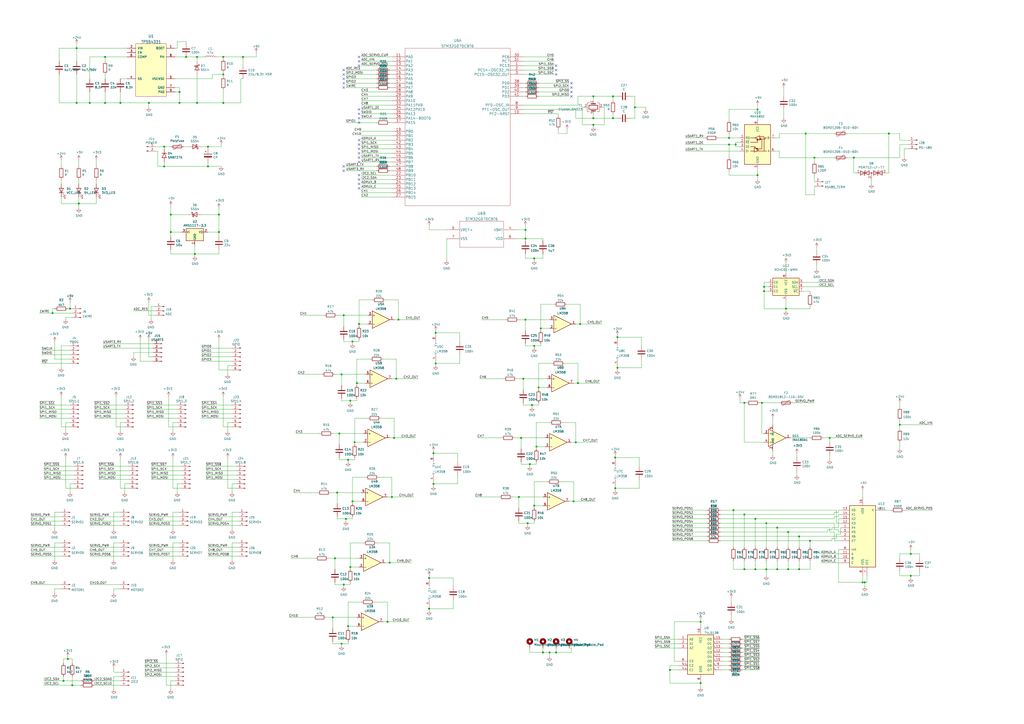
<source format=kicad_sch>
(kicad_sch (version 20211123) (generator eeschema)
  (paper "A2")
  (junction (at 439.42 101.6))
  (junction (at 95.25 85.09))
  (junction (at 201.93 363.22))
  (junction (at 431.8 330.2))
  (junction (at 304.8 133.35))
  (junction (at 193.04 358.14))
  (junction (at 104.14 59.69))
  (junction (at 227.33 288.29))
  (junction (at 129.54 59.69))
  (junction (at 304.8 185.42))
  (junction (at 336.55 187.96))
  (junction (at 208.28 187.96))
  (junction (at 356.87 283.21))
  (junction (at 306.07 303.53))
  (junction (at 455.93 179.07))
  (junction (at 251.46 280.67))
  (junction (at 308.61 234.95))
  (junction (at 441.96 233.68))
  (junction (at 443.23 166.37))
  (junction (at 195.58 285.75))
  (junction (at 203.2 328.93))
  (junction (at 60.96 33.02))
  (junction (at 358.14 213.36))
  (junction (at 388.62 388.62))
  (junction (at 444.5 303.53))
  (junction (at 198.12 217.17))
  (junction (at 457.2 330.2))
  (junction (at 199.39 182.88))
  (junction (at 438.15 300.99))
  (junction (at 515.62 77.47))
  (junction (at 355.6 55.88))
  (junction (at 30.48 181.61))
  (junction (at 196.85 251.46))
  (junction (at 425.45 295.91))
  (junction (at 198.12 373.38))
  (junction (at 129.54 43.18))
  (junction (at 309.88 293.37))
  (junction (at 86.36 59.69))
  (junction (at 426.72 83.82))
  (junction (at 36.83 394.97))
  (junction (at 60.96 59.69))
  (junction (at 224.79 360.68))
  (junction (at 521.97 246.38))
  (junction (at 481.33 254))
  (junction (at 199.39 339.09))
  (junction (at 229.87 219.71))
  (junction (at 302.26 254))
  (junction (at 344.17 72.39))
  (junction (at 501.65 337.82))
  (junction (at 431.8 233.68))
  (junction (at 335.28 222.25))
  (junction (at 300.99 288.29))
  (junction (at 422.91 80.01))
  (junction (at 444.5 330.2))
  (junction (at 39.37 382.27))
  (junction (at 95.25 96.52))
  (junction (at 311.15 259.08))
  (junction (at 309.88 149.86))
  (junction (at 114.3 59.69))
  (junction (at 463.55 311.15))
  (junction (at 69.85 59.69))
  (junction (at 44.45 27.94))
  (junction (at 41.91 397.51))
  (junction (at 231.14 185.42))
  (junction (at 438.15 330.2))
  (junction (at 99.06 134.62))
  (junction (at 200.66 300.99))
  (junction (at 201.93 266.7))
  (junction (at 52.07 59.69))
  (junction (at 431.8 298.45))
  (junction (at 439.42 63.5))
  (junction (at 457.2 308.61))
  (junction (at 113.03 147.32))
  (junction (at 314.96 378.46))
  (junction (at 495.3 91.44))
  (junction (at 528.32 334.01))
  (junction (at 332.74 290.83))
  (junction (at 205.74 256.54))
  (junction (at 207.01 222.25))
  (junction (at 463.55 330.2))
  (junction (at 127 134.62))
  (junction (at 322.58 378.46))
  (junction (at 307.34 269.24))
  (junction (at 406.4 360.68))
  (junction (at 120.65 85.09))
  (junction (at 500.38 337.82))
  (junction (at 107.95 33.02))
  (junction (at 450.85 330.2))
  (junction (at 104.14 53.34))
  (junction (at 422.91 83.82))
  (junction (at 443.23 168.91))
  (junction (at 248.92 335.28))
  (junction (at 358.14 195.58))
  (junction (at 45.72 118.11))
  (junction (at 114.3 33.02))
  (junction (at 450.85 306.07))
  (junction (at 252.73 193.04))
  (junction (at 248.92 353.06))
  (junction (at 304.8 138.43))
  (junction (at 252.73 210.82))
  (junction (at 228.6 254))
  (junction (at 355.6 68.58))
  (junction (at 318.77 378.46))
  (junction (at 334.01 256.54))
  (junction (at 251.46 262.89))
  (junction (at 129.54 33.02))
  (junction (at 344.17 68.58))
  (junction (at 40.64 179.07))
  (junction (at 313.69 190.5))
  (junction (at 309.88 200.66))
  (junction (at 312.42 224.79))
  (junction (at 140.97 33.02))
  (junction (at 204.47 198.12))
  (junction (at 44.45 59.69))
  (junction (at 469.9 313.69))
  (junction (at 528.32 321.31))
  (junction (at 406.4 396.24))
  (junction (at 303.53 219.71))
  (junction (at 194.31 323.85))
  (junction (at 467.36 77.47))
  (junction (at 344.17 55.88))
  (junction (at 99.06 124.46))
  (junction (at 203.2 232.41))
  (junction (at 127 124.46))
  (junction (at 472.44 91.44))
  (junction (at 204.47 290.83))
  (junction (at 226.06 326.39))
  (junction (at 356.87 265.43))
  (junction (at 368.3 62.23))
  (junction (at 120.65 96.52))
  (no_connect (at 208.28 35.56))
  (no_connect (at 208.28 38.1))
  (no_connect (at 208.28 81.28))
  (no_connect (at 322.58 38.1))
  (no_connect (at 322.58 40.64))
  (no_connect (at 322.58 43.18))
  (no_connect (at 208.28 106.68))
  (no_connect (at 208.28 109.22))
  (no_connect (at 208.28 101.6))
  (no_connect (at 208.28 104.14))
  (no_connect (at 208.28 88.9))
  (no_connect (at 208.28 83.82))
  (no_connect (at 208.28 86.36))
  (no_connect (at 199.39 50.8))
  (no_connect (at 208.28 33.02))
  (no_connect (at 199.39 48.26))
  (no_connect (at 199.39 45.72))
  (no_connect (at 208.28 71.12))
  (no_connect (at 331.47 53.34))
  (no_connect (at 208.28 68.58))
  (no_connect (at 208.28 66.04))
  (no_connect (at 199.39 99.06))
  (no_connect (at 199.39 96.52))
  (no_connect (at 208.28 93.98))
  (no_connect (at 208.28 91.44))
  (no_connect (at 208.28 63.5))
  (no_connect (at 199.39 40.64))
  (no_connect (at 199.39 43.18))
  (no_connect (at 331.47 50.8))
  (no_connect (at 331.47 48.26))
  (no_connect (at 331.47 55.88))
  (wire (pts (xy 69.85 341.63) (xy 66.04 341.63)))
  (wire (pts (xy 501.65 337.82) (xy 501.65 340.36)))
  (wire (pts (xy 430.53 388.62) (xy 440.69 388.62)))
  (wire (pts (xy 308.61 234.95) (xy 308.61 236.22)))
  (wire (pts (xy 208.28 187.96) (xy 213.36 187.96)))
  (wire (pts (xy 205.74 242.57) (xy 205.74 256.54)))
  (wire (pts (xy 104.14 314.96) (xy 100.33 314.96)))
  (wire (pts (xy 66.04 400.05) (xy 66.04 392.43)))
  (wire (pts (xy 137.16 278.13) (xy 119.38 278.13)))
  (wire (pts (xy 304.8 130.81) (xy 304.8 133.35)))
  (wire (pts (xy 209.55 76.2) (xy 227.33 76.2)))
  (wire (pts (xy 444.5 334.01) (xy 444.5 330.2)))
  (wire (pts (xy 450.85 306.07) (xy 450.85 317.5)))
  (wire (pts (xy 336.55 187.96) (xy 349.25 187.96)))
  (wire (pts (xy 199.39 339.09) (xy 199.39 340.36)))
  (wire (pts (xy 482.6 307.34) (xy 480.06 307.34)))
  (wire (pts (xy 127 147.32) (xy 113.03 147.32)))
  (wire (pts (xy 448.31 242.57) (xy 448.31 246.38)))
  (wire (pts (xy 327.66 210.82) (xy 335.28 210.82)))
  (wire (pts (xy 95.25 96.52) (xy 120.65 96.52)))
  (wire (pts (xy 344.17 58.42) (xy 344.17 55.88)))
  (wire (pts (xy 406.4 359.41) (xy 406.4 360.68)))
  (wire (pts (xy 36.83 392.43) (xy 36.83 394.97)))
  (wire (pts (xy 86.36 320.04) (xy 104.14 320.04)))
  (wire (pts (xy 39.37 179.07) (xy 40.64 179.07)))
  (wire (pts (xy 102.87 242.57) (xy 85.09 242.57)))
  (wire (pts (xy 370.84 270.51) (xy 370.84 265.43)))
  (wire (pts (xy 44.45 25.4) (xy 44.45 27.94)))
  (wire (pts (xy 515.62 100.33) (xy 515.62 77.47)))
  (wire (pts (xy 194.31 339.09) (xy 199.39 339.09)))
  (wire (pts (xy 99.06 119.38) (xy 99.06 124.46)))
  (wire (pts (xy 311.15 245.11) (xy 311.15 259.08)))
  (wire (pts (xy 207.01 222.25) (xy 207.01 223.52)))
  (wire (pts (xy 455.93 158.75) (xy 455.93 152.4)))
  (wire (pts (xy 449.58 80.01) (xy 452.12 80.01)))
  (wire (pts (xy 439.42 97.79) (xy 439.42 101.6)))
  (wire (pts (xy 134.62 204.47) (xy 116.84 204.47)))
  (wire (pts (xy 528.32 335.28) (xy 528.32 334.01)))
  (wire (pts (xy 422.91 99.06) (xy 422.91 101.6)))
  (wire (pts (xy 389.89 295.91) (xy 410.21 295.91)))
  (wire (pts (xy 101.6 397.51) (xy 96.52 397.51)))
  (wire (pts (xy 302.26 269.24) (xy 307.34 269.24)))
  (wire (pts (xy 388.62 396.24) (xy 406.4 396.24)))
  (wire (pts (xy 417.83 311.15) (xy 463.55 311.15)))
  (wire (pts (xy 467.36 113.03) (xy 467.36 77.47)))
  (wire (pts (xy 226.06 40.64) (xy 227.33 40.64)))
  (wire (pts (xy 86.36 175.26) (xy 86.36 182.88)))
  (wire (pts (xy 212.09 276.86) (xy 204.47 276.86)))
  (wire (pts (xy 299.72 138.43) (xy 304.8 138.43)))
  (wire (pts (xy 304.8 200.66) (xy 309.88 200.66)))
  (wire (pts (xy 417.83 313.69) (xy 469.9 313.69)))
  (wire (pts (xy 374.65 63.5) (xy 374.65 62.23)))
  (wire (pts (xy 304.8 185.42) (xy 304.8 191.77)))
  (wire (pts (xy 35.56 341.63) (xy 31.75 341.63)))
  (wire (pts (xy 198.12 232.41) (xy 203.2 232.41)))
  (wire (pts (xy 127 214.63) (xy 127 196.85)))
  (wire (pts (xy 100.33 297.18) (xy 100.33 307.34)))
  (wire (pts (xy 102.87 237.49) (xy 85.09 237.49)))
  (wire (pts (xy 86.36 304.8) (xy 104.14 304.8)))
  (wire (pts (xy 467.36 77.47) (xy 483.87 77.47)))
  (wire (pts (xy 480.06 307.34) (xy 480.06 308.61)))
  (wire (pts (xy 198.12 217.17) (xy 198.12 223.52)))
  (wire (pts (xy 31.75 179.07) (xy 30.48 179.07)))
  (wire (pts (xy 335.28 55.88) (xy 344.17 55.88)))
  (wire (pts (xy 430.53 370.84) (xy 440.69 370.84)))
  (wire (pts (xy 137.16 273.05) (xy 119.38 273.05)))
  (wire (pts (xy 459.74 233.68) (xy 472.44 233.68)))
  (wire (pts (xy 419.1 383.54) (xy 422.91 383.54)))
  (wire (pts (xy 69.85 245.11) (xy 69.85 250.19)))
  (wire (pts (xy 139.7 45.72) (xy 139.7 59.69)))
  (wire (pts (xy 44.45 43.18) (xy 44.45 59.69)))
  (wire (pts (xy 41.91 382.27) (xy 39.37 382.27)))
  (wire (pts (xy 100.33 245.11) (xy 100.33 250.19)))
  (wire (pts (xy 194.31 323.85) (xy 194.31 330.2)))
  (wire (pts (xy 209.55 63.5) (xy 227.33 63.5)))
  (wire (pts (xy 419.1 373.38) (xy 422.91 373.38)))
  (wire (pts (xy 52.07 299.72) (xy 69.85 299.72)))
  (wire (pts (xy 441.96 233.68) (xy 452.12 233.68)))
  (wire (pts (xy 304.8 149.86) (xy 309.88 149.86)))
  (wire (pts (xy 344.17 73.66) (xy 344.17 72.39)))
  (wire (pts (xy 168.91 323.85) (xy 182.88 323.85)))
  (wire (pts (xy 104.14 59.69) (xy 114.3 59.69)))
  (wire (pts (xy 431.8 330.2) (xy 425.45 330.2)))
  (wire (pts (xy 38.1 245.11) (xy 38.1 250.19)))
  (wire (pts (xy 227.33 288.29) (xy 224.79 288.29)))
  (wire (pts (xy 52.07 320.04) (xy 69.85 320.04)))
  (wire (pts (xy 393.7 383.54) (xy 391.16 383.54)))
  (wire (pts (xy 74.93 270.51) (xy 57.15 270.51)))
  (wire (pts (xy 466.09 168.91) (xy 469.9 168.91)))
  (wire (pts (xy 140.97 45.72) (xy 139.7 45.72)))
  (wire (pts (xy 331.47 378.46) (xy 331.47 375.92)))
  (wire (pts (xy 481.33 254) (xy 500.38 254)))
  (wire (pts (xy 129.54 43.18) (xy 129.54 41.91)))
  (wire (pts (xy 102.87 24.13) (xy 107.95 24.13)))
  (wire (pts (xy 334.01 256.54) (xy 331.47 256.54)))
  (wire (pts (xy 266.7 210.82) (xy 252.73 210.82)))
  (wire (pts (xy 45.72 118.11) (xy 45.72 120.65)))
  (wire (pts (xy 72.39 234.95) (xy 54.61 234.95)))
  (wire (pts (xy 231.14 185.42) (xy 228.6 185.42)))
  (wire (pts (xy 59.69 199.39) (xy 88.9 199.39)))
  (wire (pts (xy 452.12 87.63) (xy 452.12 91.44)))
  (wire (pts (xy 195.58 285.75) (xy 209.55 285.75)))
  (wire (pts (xy 203.2 339.09) (xy 203.2 337.82)))
  (wire (pts (xy 379.73 370.84) (xy 393.7 370.84)))
  (wire (pts (xy 472.44 93.98) (xy 472.44 91.44)))
  (wire (pts (xy 120.65 304.8) (xy 138.43 304.8)))
  (wire (pts (xy 306.07 303.53) (xy 306.07 304.8)))
  (wire (pts (xy 199.39 182.88) (xy 213.36 182.88)))
  (wire (pts (xy 393.7 386.08) (xy 388.62 386.08)))
  (wire (pts (xy 304.8 199.39) (xy 304.8 200.66)))
  (wire (pts (xy 198.12 373.38) (xy 198.12 374.65)))
  (wire (pts (xy 325.12 279.4) (xy 332.74 279.4)))
  (wire (pts (xy 306.07 303.53) (xy 309.88 303.53)))
  (wire (pts (xy 171.45 251.46) (xy 185.42 251.46)))
  (wire (pts (xy 355.6 68.58) (xy 344.17 68.58)))
  (wire (pts (xy 252.73 193.04) (xy 252.73 194.31)))
  (wire (pts (xy 99.06 124.46) (xy 99.06 134.62)))
  (wire (pts (xy 303.53 55.88) (xy 304.8 55.88)))
  (wire (pts (xy 38.1 283.21) (xy 38.1 265.43)))
  (wire (pts (xy 228.6 254) (xy 226.06 254)))
  (wire (pts (xy 473.71 156.21) (xy 473.71 153.67)))
  (wire (pts (xy 454.66 55.88) (xy 454.66 50.8)))
  (wire (pts (xy 209.55 101.6) (xy 227.33 101.6)))
  (wire (pts (xy 195.58 300.99) (xy 200.66 300.99)))
  (wire (pts (xy 469.9 179.07) (xy 469.9 177.8)))
  (wire (pts (xy 88.9 207.01) (xy 86.36 207.01)))
  (wire (pts (xy 105.41 283.21) (xy 100.33 283.21)))
  (wire (pts (xy 120.65 96.52) (xy 128.27 96.52)))
  (wire (pts (xy 100.33 283.21) (xy 100.33 265.43)))
  (wire (pts (xy 96.52 397.51) (xy 96.52 379.73)))
  (wire (pts (xy 204.47 276.86) (xy 204.47 290.83)))
  (wire (pts (xy 200.66 99.06) (xy 218.44 99.06)))
  (wire (pts (xy 102.87 280.67) (xy 102.87 285.75)))
  (wire (pts (xy 134.62 234.95) (xy 116.84 234.95)))
  (wire (pts (xy 40.64 237.49) (xy 22.86 237.49)))
  (wire (pts (xy 309.88 200.66) (xy 309.88 201.93)))
  (wire (pts (xy 457.2 330.2) (xy 450.85 330.2)))
  (wire (pts (xy 496.57 100.33) (xy 495.3 100.33)))
  (wire (pts (xy 101.6 27.94) (xy 102.87 27.94)))
  (wire (pts (xy 91.44 96.52) (xy 95.25 96.52)))
  (wire (pts (xy 137.16 270.51) (xy 119.38 270.51)))
  (wire (pts (xy 77.47 180.34) (xy 90.17 180.34)))
  (wire (pts (xy 208.28 173.99) (xy 208.28 187.96)))
  (wire (pts (xy 251.46 279.4) (xy 251.46 280.67)))
  (wire (pts (xy 209.55 111.76) (xy 227.33 111.76)))
  (wire (pts (xy 445.77 166.37) (xy 443.23 166.37)))
  (wire (pts (xy 66.04 341.63) (xy 66.04 344.17)))
  (wire (pts (xy 226.06 71.12) (xy 227.33 71.12)))
  (wire (pts (xy 388.62 388.62) (xy 388.62 396.24)))
  (wire (pts (xy 140.97 33.02) (xy 148.59 33.02)))
  (wire (pts (xy 320.04 210.82) (xy 312.42 210.82)))
  (wire (pts (xy 487.68 300.99) (xy 486.41 300.99)))
  (wire (pts (xy 39.37 382.27) (xy 36.83 382.27)))
  (wire (pts (xy 35.56 314.96) (xy 31.75 314.96)))
  (wire (pts (xy 326.39 245.11) (xy 334.01 245.11)))
  (wire (pts (xy 486.41 308.61) (xy 487.68 308.61)))
  (wire (pts (xy 205.74 256.54) (xy 205.74 257.81)))
  (wire (pts (xy 88.9 204.47) (xy 77.47 204.47)))
  (wire (pts (xy 173.99 182.88) (xy 187.96 182.88)))
  (wire (pts (xy 311.15 259.08) (xy 311.15 260.35)))
  (wire (pts (xy 40.64 234.95) (xy 22.86 234.95)))
  (wire (pts (xy 422.91 80.01) (xy 429.26 80.01)))
  (wire (pts (xy 226.06 326.39) (xy 223.52 326.39)))
  (wire (pts (xy 189.23 358.14) (xy 193.04 358.14)))
  (wire (pts (xy 132.08 245.11) (xy 132.08 250.19)))
  (wire (pts (xy 463.55 311.15) (xy 487.68 311.15)))
  (wire (pts (xy 22.86 181.61) (xy 30.48 181.61)))
  (wire (pts (xy 344.17 68.58) (xy 344.17 66.04)))
  (wire (pts (xy 472.44 101.6) (xy 472.44 105.41)))
  (wire (pts (xy 74.93 278.13) (xy 57.15 278.13)))
  (wire (pts (xy 481.33 266.7) (xy 481.33 264.16)))
  (wire (pts (xy 337.82 72.39) (xy 337.82 62.23)))
  (wire (pts (xy 521.97 81.28) (xy 527.05 81.28)))
  (wire (pts (xy 417.83 295.91) (xy 425.45 295.91)))
  (wire (pts (xy 195.58 285.75) (xy 195.58 292.1)))
  (wire (pts (xy 104.14 297.18) (xy 100.33 297.18)))
  (wire (pts (xy 39.37 381) (xy 39.37 382.27)))
  (wire (pts (xy 444.5 303.53) (xy 483.87 303.53)))
  (wire (pts (xy 505.46 106.68) (xy 505.46 104.14)))
  (wire (pts (xy 72.39 242.57) (xy 54.61 242.57)))
  (wire (pts (xy 323.85 77.47) (xy 328.93 77.47)))
  (wire (pts (xy 120.65 134.62) (xy 127 134.62)))
  (wire (pts (xy 52.07 45.72) (xy 52.07 33.02)))
  (wire (pts (xy 372.11 195.58) (xy 358.14 195.58)))
  (wire (pts (xy 528.32 321.31) (xy 521.97 321.31)))
  (wire (pts (xy 527.05 86.36) (xy 524.51 86.36)))
  (wire (pts (xy 388.62 388.62) (xy 393.7 388.62)))
  (wire (pts (xy 203.2 328.93) (xy 203.2 330.2)))
  (wire (pts (xy 313.69 176.53) (xy 313.69 190.5)))
  (wire (pts (xy 443.23 251.46) (xy 441.96 251.46)))
  (wire (pts (xy 303.53 53.34) (xy 304.8 53.34)))
  (wire (pts (xy 307.34 378.46) (xy 314.96 378.46)))
  (wire (pts (xy 252.73 191.77) (xy 252.73 193.04)))
  (wire (pts (xy 424.18 346.71) (xy 424.18 349.25)))
  (wire (pts (xy 86.36 59.69) (xy 104.14 59.69)))
  (wire (pts (xy 483.87 299.72) (xy 483.87 300.99)))
  (wire (pts (xy 303.53 40.64) (xy 321.31 40.64)))
  (wire (pts (xy 204.47 198.12) (xy 204.47 199.39)))
  (wire (pts (xy 205.74 256.54) (xy 210.82 256.54)))
  (wire (pts (xy 200.66 48.26) (xy 218.44 48.26)))
  (wire (pts (xy 358.14 68.58) (xy 355.6 68.58)))
  (wire (pts (xy 201.93 266.7) (xy 201.93 267.97)))
  (wire (pts (xy 379.73 373.38) (xy 393.7 373.38)))
  (wire (pts (xy 303.53 35.56) (xy 321.31 35.56)))
  (wire (pts (xy 481.33 256.54) (xy 481.33 254)))
  (wire (pts (xy 300.99 288.29) (xy 300.99 294.64)))
  (wire (pts (xy 454.66 63.5) (xy 454.66 68.58)))
  (wire (pts (xy 422.91 101.6) (xy 439.42 101.6)))
  (wire (pts (xy 370.84 278.13) (xy 370.84 283.21)))
  (wire (pts (xy 36.83 382.27) (xy 36.83 384.81)))
  (wire (pts (xy 469.9 313.69) (xy 482.6 313.69)))
  (wire (pts (xy 214.63 208.28) (xy 207.01 208.28)))
  (wire (pts (xy 200.66 43.18) (xy 218.44 43.18)))
  (wire (pts (xy 251.46 262.89) (xy 251.46 264.16)))
  (wire (pts (xy 205.74 266.7) (xy 205.74 265.43)))
  (wire (pts (xy 430.53 375.92) (xy 440.69 375.92)))
  (wire (pts (xy 457.2 317.5) (xy 457.2 308.61)))
  (wire (pts (xy 91.44 87.63) (xy 91.44 96.52)))
  (wire (pts (xy 419.1 378.46) (xy 422.91 378.46)))
  (wire (pts (xy 457.2 325.12) (xy 457.2 330.2)))
  (wire (pts (xy 25.4 397.51) (xy 41.91 397.51)))
  (wire (pts (xy 40.64 210.82) (xy 24.13 210.82)))
  (wire (pts (xy 466.09 166.37) (xy 483.87 166.37)))
  (wire (pts (xy 486.41 298.45) (xy 486.41 299.72)))
  (wire (pts (xy 334.01 245.11) (xy 334.01 256.54)))
  (wire (pts (xy 46.99 394.97) (xy 36.83 394.97)))
  (wire (pts (xy 43.18 280.67) (xy 40.64 280.67)))
  (wire (pts (xy 105.41 134.62) (xy 99.06 134.62)))
  (wire (pts (xy 265.43 262.89) (xy 251.46 262.89)))
  (wire (pts (xy 120.65 320.04) (xy 138.43 320.04)))
  (wire (pts (xy 302.26 254) (xy 302.26 260.35)))
  (wire (pts (xy 248.92 335.28) (xy 248.92 336.55)))
  (wire (pts (xy 31.75 297.18) (xy 31.75 307.34)))
  (wire (pts (xy 486.41 300.99) (xy 486.41 306.07)))
  (wire (pts (xy 485.14 303.53) (xy 487.68 303.53)))
  (wire (pts (xy 314.96 375.92) (xy 314.96 378.46)))
  (wire (pts (xy 483.87 303.53) (xy 483.87 307.34)))
  (wire (pts (xy 356.87 265.43) (xy 356.87 266.7)))
  (wire (pts (xy 483.87 307.34) (xy 486.41 307.34)))
  (wire (pts (xy 302.26 254) (xy 316.23 254)))
  (wire (pts (xy 69.85 389.89) (xy 66.04 389.89)))
  (wire (pts (xy 308.61 234.95) (xy 312.42 234.95)))
  (wire (pts (xy 429.26 231.14) (xy 429.26 233.68)))
  (wire (pts (xy 502.92 337.82) (xy 501.65 337.82)))
  (wire (pts (xy 134.62 237.49) (xy 116.84 237.49)))
  (wire (pts (xy 425.45 295.91) (xy 485.14 295.91)))
  (wire (pts (xy 41.91 392.43) (xy 41.91 397.51)))
  (wire (pts (xy 370.84 283.21) (xy 356.87 283.21)))
  (wire (pts (xy 77.47 204.47) (xy 77.47 207.01)))
  (wire (pts (xy 52.07 322.58) (xy 69.85 322.58)))
  (wire (pts (xy 455.93 180.34) (xy 455.93 179.07)))
  (wire (pts (xy 54.61 394.97) (xy 69.85 394.97)))
  (wire (pts (xy 309.88 149.86) (xy 314.96 149.86)))
  (wire (pts (xy 60.96 53.34) (xy 60.96 59.69)))
  (wire (pts (xy 41.91 384.81) (xy 41.91 382.27)))
  (wire (pts (xy 513.08 295.91) (xy 516.89 295.91)))
  (wire (pts (xy 140.97 33.02) (xy 140.97 38.1)))
  (wire (pts (xy 487.68 306.07) (xy 487.68 309.88)))
  (wire (pts (xy 129.54 33.02) (xy 140.97 33.02)))
  (wire (pts (xy 198.12 217.17) (xy 212.09 217.17)))
  (wire (pts (xy 99.06 147.32) (xy 99.06 144.78)))
  (wire (pts (xy 72.39 240.03) (xy 54.61 240.03)))
  (wire (pts (xy 444.5 303.53) (xy 444.5 317.5)))
  (wire (pts (xy 25.4 394.97) (xy 36.83 394.97)))
  (wire (pts (xy 40.64 247.65) (xy 35.56 247.65)))
  (wire (pts (xy 217.17 349.25) (xy 224.79 349.25)))
  (wire (pts (xy 106.68 85.09) (xy 109.22 85.09)))
  (wire (pts (xy 312.42 224.79) (xy 317.5 224.79)))
  (wire (pts (xy 355.6 58.42) (xy 355.6 55.88)))
  (wire (pts (xy 193.04 251.46) (xy 196.85 251.46)))
  (wire (pts (xy 125.73 33.02) (xy 129.54 33.02)))
  (wire (pts (xy 443.23 166.37) (xy 443.23 168.91)))
  (wire (pts (xy 44.45 59.69) (xy 52.07 59.69)))
  (wire (pts (xy 304.8 138.43) (xy 304.8 139.7)))
  (wire (pts (xy 132.08 212.09) (xy 132.08 217.17)))
  (wire (pts (xy 303.53 60.96) (xy 335.28 60.96)))
  (wire (pts (xy 389.89 308.61) (xy 410.21 308.61)))
  (wire (pts (xy 69.85 297.18) (xy 66.04 297.18)))
  (wire (pts (xy 450.85 325.12) (xy 450.85 330.2)))
  (wire (pts (xy 69.85 59.69) (xy 86.36 59.69)))
  (wire (pts (xy 208.28 187.96) (xy 208.28 189.23)))
  (wire (pts (xy 43.18 273.05) (xy 25.4 273.05)))
  (wire (pts (xy 40.64 200.66) (xy 35.56 200.66)))
  (wire (pts (xy 452.12 80.01) (xy 452.12 77.47)))
  (wire (pts (xy 303.53 219.71) (xy 303.53 226.06)))
  (wire (pts (xy 336.55 187.96) (xy 334.01 187.96)))
  (wire (pts (xy 201.93 363.22) (xy 207.01 363.22)))
  (wire (pts (xy 209.55 60.96) (xy 227.33 60.96)))
  (wire (pts (xy 120.65 86.36) (xy 120.65 85.09)))
  (wire (pts (xy 43.18 278.13) (xy 25.4 278.13)))
  (wire (pts (xy 439.42 63.5) (xy 439.42 69.85)))
  (wire (pts (xy 417.83 303.53) (xy 444.5 303.53)))
  (wire (pts (xy 431.8 233.68) (xy 433.07 233.68)))
  (wire (pts (xy 223.52 173.99) (xy 231.14 173.99)))
  (wire (pts (xy 469.9 330.2) (xy 463.55 330.2)))
  (wire (pts (xy 303.53 219.71) (xy 317.5 219.71)))
  (wire (pts (xy 137.16 280.67) (xy 134.62 280.67)))
  (wire (pts (xy 317.5 279.4) (xy 309.88 279.4)))
  (wire (pts (xy 248.92 351.79) (xy 248.92 353.06)))
  (wire (pts (xy 35.56 104.14) (xy 35.56 106.68)))
  (wire (pts (xy 40.64 208.28) (xy 31.75 208.28)))
  (wire (pts (xy 105.41 273.05) (xy 87.63 273.05)))
  (wire (pts (xy 30.48 179.07) (xy 30.48 181.61)))
  (wire (pts (xy 449.58 87.63) (xy 452.12 87.63)))
  (wire (pts (xy 335.28 60.96) (xy 335.28 55.88)))
  (wire (pts (xy 521.97 246.38) (xy 541.02 246.38)))
  (wire (pts (xy 228.6 242.57) (xy 228.6 254)))
  (wire (pts (xy 113.03 148.59) (xy 113.03 147.32)))
  (wire (pts (xy 476.25 326.39) (xy 487.68 326.39)))
  (wire (pts (xy 431.8 325.12) (xy 431.8 330.2)))
  (wire (pts (xy 304.8 133.35) (xy 304.8 138.43)))
  (wire (pts (xy 482.6 306.07) (xy 482.6 307.34)))
  (wire (pts (xy 472.44 107.95) (xy 472.44 113.03)))
  (wire (pts (xy 134.62 297.18) (xy 134.62 307.34)))
  (wire (pts (xy 55.88 118.11) (xy 55.88 114.3)))
  (wire (pts (xy 304.8 147.32) (xy 304.8 149.86)))
  (wire (pts (xy 196.85 251.46) (xy 196.85 257.81)))
  (wire (pts (xy 201.93 373.38) (xy 201.93 372.11)))
  (wire (pts (xy 203.2 232.41) (xy 203.2 233.68)))
  (wire (pts (xy 251.46 280.67) (xy 251.46 281.94)))
  (wire (pts (xy 332.74 290.83) (xy 345.44 290.83)))
  (wire (pts (xy 419.1 375.92) (xy 422.91 375.92)))
  (wire (pts (xy 481.33 254) (xy 477.52 254)))
  (wire (pts (xy 209.55 93.98) (xy 227.33 93.98)))
  (wire (pts (xy 209.55 88.9) (xy 227.33 88.9)))
  (wire (pts (xy 528.32 321.31) (xy 533.4 321.31)))
  (wire (pts (xy 207.01 232.41) (xy 207.01 231.14)))
  (wire (pts (xy 213.36 242.57) (xy 205.74 242.57)))
  (wire (pts (xy 102.87 234.95) (xy 85.09 234.95)))
  (wire (pts (xy 303.53 234.95) (xy 308.61 234.95)))
  (wire (pts (xy 486.41 297.18) (xy 483.87 297.18)))
  (wire (pts (xy 422.91 83.82) (xy 426.72 83.82)))
  (wire (pts (xy 430.53 383.54) (xy 440.69 383.54)))
  (wire (pts (xy 335.28 222.25) (xy 347.98 222.25)))
  (wire (pts (xy 416.56 80.01) (xy 422.91 80.01)))
  (wire (pts (xy 417.83 308.61) (xy 457.2 308.61)))
  (wire (pts (xy 104.14 50.8) (xy 104.14 53.34)))
  (wire (pts (xy 99.06 134.62) (xy 99.06 137.16)))
  (wire (pts (xy 114.3 33.02) (xy 118.11 33.02)))
  (wire (pts (xy 356.87 283.21) (xy 356.87 284.48)))
  (wire (pts (xy 34.29 59.69) (xy 44.45 59.69)))
  (wire (pts (xy 194.31 323.85) (xy 208.28 323.85)))
  (wire (pts (xy 35.56 118.11) (xy 45.72 118.11)))
  (wire (pts (xy 231.14 185.42) (xy 243.84 185.42)))
  (wire (pts (xy 481.33 308.61) (xy 483.87 308.61)))
  (wire (pts (xy 312.42 50.8) (xy 330.2 50.8)))
  (wire (pts (xy 60.96 33.02) (xy 60.96 35.56)))
  (wire (pts (xy 52.07 53.34) (xy 52.07 59.69)))
  (wire (pts (xy 86.36 299.72) (xy 104.14 299.72)))
  (wire (pts (xy 209.55 33.02) (xy 227.33 33.02)))
  (wire (pts (xy 127 137.16) (xy 127 134.62)))
  (wire (pts (xy 114.3 59.69) (xy 129.54 59.69)))
  (wire (pts (xy 406.4 360.68) (xy 406.4 363.22)))
  (wire (pts (xy 422.91 83.82) (xy 422.91 91.44)))
  (wire (pts (xy 201.93 349.25) (xy 201.93 363.22)))
  (wire (pts (xy 128.27 85.09) (xy 120.65 85.09)))
  (wire (pts (xy 52.07 33.02) (xy 60.96 33.02)))
  (wire (pts (xy 69.85 314.96) (xy 66.04 314.96)))
  (wire (pts (xy 265.43 275.59) (xy 265.43 280.67)))
  (wire (pts (xy 344.17 55.88) (xy 355.6 55.88)))
  (wire (pts (xy 139.7 59.69) (xy 129.54 59.69)))
  (wire (pts (xy 266.7 193.04) (xy 252.73 193.04)))
  (wire (pts (xy 528.32 334.01) (xy 521.97 334.01)))
  (wire (pts (xy 248.92 334.01) (xy 248.92 335.28)))
  (wire (pts (xy 469.9 313.69) (xy 469.9 317.5)))
  (wire (pts (xy 86.36 302.26) (xy 104.14 302.26)))
  (wire (pts (xy 129.54 247.65) (xy 129.54 229.87)))
  (wire (pts (xy 35.56 92.71) (xy 35.56 96.52)))
  (wire (pts (xy 114.3 43.18) (xy 114.3 59.69)))
  (wire (pts (xy 303.53 66.04) (xy 323.85 66.04)))
  (wire (pts (xy 67.31 247.65) (xy 67.31 229.87)))
  (wire (pts (xy 73.66 33.02) (xy 60.96 33.02)))
  (wire (pts (xy 419.1 381) (xy 422.91 381)))
  (wire (pts (xy 54.61 397.51) (xy 69.85 397.51)))
  (wire (pts (xy 368.3 55.88) (xy 368.3 62.23)))
  (wire (pts (xy 533.4 331.47) (xy 533.4 334.01)))
  (wire (pts (xy 455.93 179.07) (xy 469.9 179.07)))
  (wire (pts (xy 521.97 334.01) (xy 521.97 331.47)))
  (wire (pts (xy 109.22 124.46) (xy 99.06 124.46)))
  (wire (pts (xy 445.77 163.83) (xy 443.23 163.83)))
  (wire (pts (xy 439.42 101.6) (xy 439.42 104.14)))
  (wire (pts (xy 458.47 254) (xy 469.9 254)))
  (wire (pts (xy 44.45 27.94) (xy 73.66 27.94)))
  (wire (pts (xy 120.65 317.5) (xy 138.43 317.5)))
  (wire (pts (xy 210.82 314.96) (xy 203.2 314.96)))
  (wire (pts (xy 429.26 233.68) (xy 431.8 233.68)))
  (wire (pts (xy 483.87 313.69) (xy 487.68 313.69)))
  (wire (pts (xy 34.29 35.56) (xy 34.29 27.94)))
  (wire (pts (xy 335.28 210.82) (xy 335.28 222.25)))
  (wire (pts (xy 262.89 335.28) (xy 262.89 340.36)))
  (wire (pts (xy 52.07 304.8) (xy 69.85 304.8)))
  (wire (pts (xy 226.06 99.06) (xy 227.33 99.06)))
  (wire (pts (xy 209.55 68.58) (xy 227.33 68.58)))
  (wire (pts (xy 74.93 280.67) (xy 72.39 280.67)))
  (wire (pts (xy 426.72 82.55) (xy 426.72 83.82)))
  (wire (pts (xy 307.34 269.24) (xy 311.15 269.24)))
  (wire (pts (xy 422.91 63.5) (xy 422.91 69.85)))
  (wire (pts (xy 262.89 347.98) (xy 262.89 353.06)))
  (wire (pts (xy 17.78 299.72) (xy 35.56 299.72)))
  (wire (pts (xy 426.72 85.09) (xy 429.26 85.09)))
  (wire (pts (xy 113.03 147.32) (xy 99.06 147.32)))
  (wire (pts (xy 472.44 91.44) (xy 483.87 91.44)))
  (wire (pts (xy 45.72 92.71) (xy 45.72 96.52)))
  (wire (pts (xy 127 124.46) (xy 127 134.62)))
  (wire (pts (xy 69.85 53.34) (xy 69.85 59.69)))
  (wire (pts (xy 196.85 251.46) (xy 210.82 251.46)))
  (wire (pts (xy 31.75 208.28) (xy 31.75 198.12)))
  (wire (pts (xy 440.69 233.68) (xy 441.96 233.68)))
  (wire (pts (xy 172.72 217.17) (xy 186.69 217.17)))
  (wire (pts (xy 445.77 168.91) (xy 443.23 168.91)))
  (wire (pts (xy 40.64 242.57) (xy 22.86 242.57)))
  (wire (pts (xy 430.53 378.46) (xy 440.69 378.46)))
  (wire (pts (xy 203.2 314.96) (xy 203.2 328.93)))
  (wire (pts (xy 486.41 307.34) (xy 486.41 308.61)))
  (wire (pts (xy 17.78 304.8) (xy 35.56 304.8)))
  (wire (pts (xy 101.6 33.02) (xy 107.95 33.02)))
  (wire (pts (xy 485.14 312.42) (xy 482.6 312.42)))
  (wire (pts (xy 251.46 261.62) (xy 251.46 262.89)))
  (wire (pts (xy 248.92 130.81) (xy 248.92 133.35)))
  (wire (pts (xy 113.03 147.32) (xy 113.03 142.24)))
  (wire (pts (xy 365.76 55.88) (xy 368.3 55.88)))
  (wire (pts (xy 278.13 219.71) (xy 292.1 219.71)))
  (wire (pts (xy 38.1 184.15) (xy 38.1 185.42)))
  (wire (pts (xy 303.53 50.8) (xy 304.8 50.8)))
  (wire (pts (xy 134.62 212.09) (xy 132.08 212.09)))
  (wire (pts (xy 134.62 240.03) (xy 116.84 240.03)))
  (wire (pts (xy 252.73 210.82) (xy 252.73 212.09)))
  (wire (pts (xy 60.96 59.69) (xy 69.85 59.69)))
  (wire (pts (xy 72.39 237.49) (xy 54.61 237.49)))
  (wire (pts (xy 430.53 373.38) (xy 440.69 373.38)))
  (wire (pts (xy 229.87 208.28) (xy 229.87 219.71)))
  (wire (pts (xy 45.72 104.14) (xy 45.72 106.68)))
  (wire (pts (xy 312.42 234.95) (xy 312.42 233.68)))
  (wire (pts (xy 123.19 45.72) (xy 123.19 43.18)))
  (wire (pts (xy 368.3 68.58) (xy 365.76 68.58)))
  (wire (pts (xy 200.66 300.99) (xy 204.47 300.99)))
  (wire (pts (xy 116.84 124.46) (xy 127 124.46)))
  (wire (pts (xy 521.97 233.68) (xy 521.97 236.22)))
  (wire (pts (xy 134.62 245.11) (xy 132.08 245.11)))
  (wire (pts (xy 422.91 77.47) (xy 422.91 80.01)))
  (wire (pts (xy 201.93 363.22) (xy 201.93 364.49)))
  (wire (pts (xy 101.6 384.81) (xy 83.82 384.81)))
  (wire (pts (xy 102.87 27.94) (xy 102.87 24.13)))
  (wire (pts (xy 397.51 80.01) (xy 408.94 80.01)))
  (wire (pts (xy 487.68 298.45) (xy 486.41 298.45)))
  (wire (pts (xy 309.88 293.37) (xy 314.96 293.37)))
  (wire (pts (xy 275.59 288.29) (xy 289.56 288.29)))
  (wire (pts (xy 391.16 360.68) (xy 406.4 360.68)))
  (wire (pts (xy 120.65 302.26) (xy 138.43 302.26)))
  (wire (pts (xy 204.47 300.99) (xy 204.47 299.72)))
  (wire (pts (xy 299.72 133.35) (xy 304.8 133.35)))
  (wire (pts (xy 356.87 264.16) (xy 356.87 265.43)))
  (wire (pts (xy 55.88 104.14) (xy 55.88 106.68)))
  (wire (pts (xy 495.3 91.44) (xy 521.97 91.44)))
  (wire (pts (xy 444.5 330.2) (xy 450.85 330.2)))
  (wire (pts (xy 66.04 389.89) (xy 66.04 387.35)))
  (wire (pts (xy 438.15 330.2) (xy 431.8 330.2)))
  (wire (pts (xy 209.55 104.14) (xy 227.33 104.14)))
  (wire (pts (xy 391.16 383.54) (xy 391.16 360.68)))
  (wire (pts (xy 452.12 91.44) (xy 472.44 91.44)))
  (wire (pts (xy 480.06 308.61) (xy 457.2 308.61)))
  (wire (pts (xy 368.3 62.23) (xy 368.3 68.58)))
  (wire (pts (xy 41.91 184.15) (xy 38.1 184.15)))
  (wire (pts (xy 323.85 74.93) (xy 323.85 77.47)))
  (wire (pts (xy 199.39 196.85) (xy 199.39 198.12)))
  (wire (pts (xy 462.28 273.05) (xy 462.28 275.59)))
  (wire (pts (xy 35.56 247.65) (xy 35.56 229.87)))
  (wire (pts (xy 105.41 270.51) (xy 87.63 270.51)))
  (wire (pts (xy 313.69 200.66) (xy 313.69 199.39)))
  (wire (pts (xy 533.4 334.01) (xy 528.32 334.01)))
  (wire (pts (xy 90.17 177.8) (xy 87.63 177.8)))
  (wire (pts (xy 314.96 378.46) (xy 318.77 378.46)))
  (wire (pts (xy 419.1 370.84) (xy 422.91 370.84)))
  (wire (pts (xy 356.87 281.94) (xy 356.87 283.21)))
  (wire (pts (xy 379.73 375.92) (xy 393.7 375.92)))
  (wire (pts (xy 469.9 168.91) (xy 469.9 170.18)))
  (wire (pts (xy 120.65 322.58) (xy 138.43 322.58)))
  (wire (pts (xy 430.53 381) (xy 440.69 381)))
  (wire (pts (xy 300.99 288.29) (xy 314.96 288.29)))
  (wire (pts (xy 463.55 311.15) (xy 463.55 317.5)))
  (wire (pts (xy 524.51 86.36) (xy 524.51 91.44)))
  (wire (pts (xy 138.43 297.18) (xy 134.62 297.18)))
  (wire (pts (xy 34.29 27.94) (xy 44.45 27.94)))
  (wire (pts (xy 389.89 306.07) (xy 410.21 306.07)))
  (wire (pts (xy 30.48 181.61) (xy 41.91 181.61)))
  (wire (pts (xy 226.06 326.39) (xy 238.76 326.39)))
  (wire (pts (xy 134.62 214.63) (xy 127 214.63)))
  (wire (pts (xy 485.14 309.88) (xy 485.14 312.42)))
  (wire (pts (xy 328.93 77.47) (xy 328.93 74.93)))
  (wire (pts (xy 44.45 27.94) (xy 44.45 35.56)))
  (wire (pts (xy 486.41 295.91) (xy 486.41 297.18)))
  (wire (pts (xy 252.73 209.55) (xy 252.73 210.82)))
  (wire (pts (xy 129.54 52.07) (xy 129.54 59.69)))
  (wire (pts (xy 500.38 337.82) (xy 500.38 334.01)))
  (wire (pts (xy 349.25 62.23) (xy 350.52 62.23)))
  (wire (pts (xy 120.65 93.98) (xy 120.65 96.52)))
  (wire (pts (xy 521.97 91.44) (xy 521.97 83.82)))
  (wire (pts (xy 313.69 190.5) (xy 313.69 191.77)))
  (wire (pts (xy 198.12 373.38) (xy 201.93 373.38)))
  (wire (pts (xy 224.79 360.68) (xy 237.49 360.68)))
  (wire (pts (xy 486.41 318.77) (xy 486.41 337.82)))
  (wire (pts (xy 469.9 325.12) (xy 469.9 330.2)))
  (wire (pts (xy 200.66 40.64) (xy 218.44 40.64)))
  (wire (pts (xy 45.72 118.11) (xy 55.88 118.11)))
  (wire (pts (xy 304.8 138.43) (xy 314.96 138.43)))
  (wire (pts (xy 443.23 168.91) (xy 443.23 179.07)))
  (wire (pts (xy 321.31 176.53) (xy 313.69 176.53)))
  (wire (pts (xy 265.43 280.67) (xy 251.46 280.67)))
  (wire (pts (xy 419.1 388.62) (xy 422.91 388.62)))
  (wire (pts (xy 101.6 45.72) (xy 123.19 45.72)))
  (wire (pts (xy 358.14 195.58) (xy 358.14 196.85)))
  (wire (pts (xy 227.33 276.86) (xy 227.33 288.29)))
  (wire (pts (xy 463.55 325.12) (xy 463.55 330.2)))
  (wire (pts (xy 482.6 312.42) (xy 482.6 313.69)))
  (wire (pts (xy 426.72 83.82) (xy 426.72 85.09)))
  (wire (pts (xy 95.25 96.52) (xy 95.25 93.98)))
  (wire (pts (xy 259.08 138.43) (xy 259.08 151.13)))
  (wire (pts (xy 481.33 308.61) (xy 481.33 306.07)))
  (wire (pts (xy 309.88 303.53) (xy 309.88 302.26)))
  (wire (pts (xy 372.11 213.36) (xy 358.14 213.36)))
  (wire (pts (xy 148.59 30.48) (xy 148.59 33.02)))
  (wire (pts (xy 262.89 353.06) (xy 248.92 353.06)))
  (wire (pts (xy 86.36 59.69) (xy 86.36 62.23)))
  (wire (pts (xy 34.29 43.18) (xy 34.29 59.69)))
  (wire (pts (xy 195.58 299.72) (xy 195.58 300.99)))
  (wire (pts (xy 491.49 77.47) (xy 515.62 77.47)))
  (wire (pts (xy 332.74 290.83) (xy 330.2 290.83)))
  (wire (pts (xy 335.28 222.25) (xy 332.74 222.25)))
  (wire (pts (xy 200.66 45.72) (xy 218.44 45.72)))
  (wire (pts (xy 226.06 43.18) (xy 227.33 43.18)))
  (wire (pts (xy 312.42 48.26) (xy 330.2 48.26)))
  (wire (pts (xy 307.34 375.92) (xy 307.34 378.46)))
  (wire (pts (xy 101.6 50.8) (xy 104.14 50.8)))
  (wire (pts (xy 487.68 318.77) (xy 486.41 318.77)))
  (wire (pts (xy 389.89 311.15) (xy 410.21 311.15)))
  (wire (pts (xy 196.85 265.43) (xy 196.85 266.7)))
  (wire (pts (xy 200.66 300.99) (xy 200.66 302.26)))
  (wire (pts (xy 425.45 330.2) (xy 425.45 325.12)))
  (wire (pts (xy 481.33 306.07) (xy 450.85 306.07)))
  (wire (pts (xy 372.11 200.66) (xy 372.11 195.58)))
  (wire (pts (xy 521.97 256.54) (xy 521.97 260.35)))
  (wire (pts (xy 198.12 231.14) (xy 198.12 232.41)))
  (wire (pts (xy 462.28 262.89) (xy 462.28 265.43)))
  (wire (pts (xy 309.88 149.86) (xy 309.88 151.13)))
  (wire (pts (xy 100.33 314.96) (xy 100.33 325.12)))
  (wire (pts (xy 193.04 372.11) (xy 193.04 373.38)))
  (wire (pts (xy 279.4 185.42) (xy 293.37 185.42)))
  (wire (pts (xy 452.12 77.47) (xy 467.36 77.47)))
  (wire (pts (xy 90.17 85.09) (xy 95.25 85.09)))
  (wire (pts (xy 314.96 138.43) (xy 314.96 139.7)))
  (wire (pts (xy 40.64 175.26) (xy 40.64 179.07)))
  (wire (pts (xy 303.53 63.5) (xy 334.01 63.5)))
  (wire (pts (xy 331.47 375.92) (xy 330.2 375.92)))
  (wire (pts (xy 127 120.65) (xy 127 124.46)))
  (wire (pts (xy 190.5 323.85) (xy 194.31 323.85)))
  (wire (pts (xy 40.64 205.74) (xy 24.13 205.74)))
  (wire (pts (xy 200.66 71.12) (xy 218.44 71.12)))
  (wire (pts (xy 209.55 38.1) (xy 227.33 38.1)))
  (wire (pts (xy 476.25 323.85) (xy 487.68 323.85)))
  (wire (pts (xy 137.16 275.59) (xy 119.38 275.59)))
  (wire (pts (xy 88.9 209.55) (xy 81.28 209.55)))
  (wire (pts (xy 483.87 297.18) (xy 483.87 298.45)))
  (wire (pts (xy 209.55 66.04) (xy 227.33 66.04)))
  (wire (pts (xy 222.25 208.28) (xy 229.87 208.28)))
  (wire (pts (xy 220.98 242.57) (xy 228.6 242.57)))
  (wire (pts (xy 312.42 53.34) (xy 330.2 53.34)))
  (wire (pts (xy 72.39 280.67) (xy 72.39 285.75)))
  (wire (pts (xy 303.53 48.26) (xy 304.8 48.26)))
  (wire (pts (xy 31.75 341.63) (xy 31.75 344.17)))
  (wire (pts (xy 521.97 83.82) (xy 527.05 83.82)))
  (wire (pts (xy 334.01 68.58) (xy 334.01 63.5)))
  (wire (pts (xy 43.18 283.21) (xy 38.1 283.21)))
  (wire (pts (xy 455.93 173.99) (xy 455.93 179.07)))
  (wire (pts (xy 195.58 182.88) (xy 199.39 182.88)))
  (wire (pts (xy 297.18 288.29) (xy 300.99 288.29)))
  (wire (pts (xy 209.55 53.34) (xy 227.33 53.34)))
  (wire (pts (xy 309.88 200.66) (xy 313.69 200.66)))
  (wire (pts (xy 312.42 224.79) (xy 312.42 226.06)))
  (wire (pts (xy 209.55 349.25) (xy 201.93 349.25)))
  (wire (pts (xy 248.92 353.06) (xy 248.92 354.33)))
  (wire (pts (xy 438.15 300.99) (xy 483.87 300.99)))
  (wire (pts (xy 209.55 114.3) (xy 227.33 114.3)))
  (wire (pts (xy 276.86 254) (xy 290.83 254)))
  (wire (pts (xy 328.93 176.53) (xy 336.55 176.53)))
  (wire (pts (xy 40.64 240.03) (xy 22.86 240.03)))
  (wire (pts (xy 45.72 114.3) (xy 45.72 118.11)))
  (wire (pts (xy 116.84 85.09) (xy 120.65 85.09)))
  (wire (pts (xy 218.44 314.96) (xy 226.06 314.96)))
  (wire (pts (xy 312.42 55.88) (xy 330.2 55.88)))
  (wire (pts (xy 204.47 290.83) (xy 204.47 292.1)))
  (wire (pts (xy 66.04 392.43) (xy 69.85 392.43)))
  (wire (pts (xy 134.62 242.57) (xy 116.84 242.57)))
  (wire (pts (xy 101.6 389.89) (xy 83.82 389.89)))
  (wire (pts (xy 417.83 306.07) (xy 450.85 306.07)))
  (wire (pts (xy 203.2 328.93) (xy 208.28 328.93)))
  (wire (pts (xy 134.62 314.96) (xy 134.62 325.12)))
  (wire (pts (xy 355.6 55.88) (xy 358.14 55.88)))
  (wire (pts (xy 102.87 247.65) (xy 97.79 247.65)))
  (wire (pts (xy 170.18 285.75) (xy 184.15 285.75)))
  (wire (pts (xy 227.33 288.29) (xy 240.03 288.29)))
  (wire (pts (xy 55.88 92.71) (xy 55.88 96.52)))
  (wire (pts (xy 323.85 67.31) (xy 323.85 66.04)))
  (wire (pts (xy 431.8 298.45) (xy 431.8 317.5)))
  (wire (pts (xy 128.27 83.82) (xy 128.27 85.09)))
  (wire (pts (xy 463.55 330.2) (xy 457.2 330.2)))
  (wire (pts (xy 69.85 45.72) (xy 73.66 45.72)))
  (wire (pts (xy 515.62 77.47) (xy 521.97 77.47)))
  (wire (pts (xy 224.79 349.25) (xy 224.79 360.68)))
  (wire (pts (xy 358.14 213.36) (xy 358.14 214.63)))
  (wire (pts (xy 406.4 396.24) (xy 406.4 398.78)))
  (wire (pts (xy 350.52 72.39) (xy 344.17 72.39)))
  (wire (pts (xy 521.97 246.38) (xy 521.97 248.92)))
  (wire (pts (xy 248.92 133.35) (xy 259.08 133.35)))
  (wire (pts (xy 204.47 290.83) (xy 209.55 290.83)))
  (wire (pts (xy 300.99 302.26) (xy 300.99 303.53)))
  (wire (pts (xy 209.55 86.36) (xy 227.33 86.36)))
  (wire (pts (xy 35.56 114.3) (xy 35.56 118.11)))
  (wire (pts (xy 167.64 358.14) (xy 181.61 358.14)))
  (wire (pts (xy 334.01 256.54) (xy 346.71 256.54)))
  (wire (pts (xy 35.56 200.66) (xy 35.56 213.36)))
  (wire (pts (xy 318.77 378.46) (xy 322.58 378.46)))
  (wire (pts (xy 337.82 62.23) (xy 339.09 62.23)))
  (wire (pts (xy 311.15 259.08) (xy 316.23 259.08)))
  (wire (pts (xy 105.41 278.13) (xy 87.63 278.13)))
  (wire (pts (xy 43.18 270.51) (xy 25.4 270.51)))
  (wire (pts (xy 97.79 247.65) (xy 97.79 229.87)))
  (wire (pts (xy 209.55 83.82) (xy 227.33 83.82)))
  (wire (pts (xy 226.06 45.72) (xy 227.33 45.72)))
  (wire (pts (xy 425.45 295.91) (xy 425.45 317.5)))
  (wire (pts (xy 265.43 267.97) (xy 265.43 262.89)))
  (wire (pts (xy 318.77 378.46) (xy 318.77 381)))
  (wire (pts (xy 199.39 182.88) (xy 199.39 189.23)))
  (wire (pts (xy 66.04 297.18) (xy 66.04 307.34)))
  (wire (pts (xy 502.92 334.01) (xy 502.92 337.82)))
  (wire (pts (xy 521.97 321.31) (xy 521.97 323.85)))
  (wire (pts (xy 87.63 177.8) (xy 87.63 185.42)))
  (wire (pts (xy 194.31 217.17) (xy 198.12 217.17)))
  (wire (pts (xy 129.54 43.18) (xy 129.54 44.45)))
  (wire (pts (xy 209.55 109.22) (xy 227.33 109.22)))
  (wire (pts (xy 389.89 303.53) (xy 410.21 303.53)))
  (wire (pts (xy 69.85 283.21) (xy 69.85 265.43)))
  (wire (pts (xy 444.5 325.12) (xy 444.5 330.2)))
  (wire (pts (xy 40.64 245.11) (xy 38.1 245.11)))
  (wire (pts (xy 219.71 276.86) (xy 227.33 276.86)))
  (wire (pts (xy 102.87 240.03) (xy 85.09 240.03)))
  (wire (pts (xy 74.93 273.05) (xy 57.15 273.05)))
  (wire (pts (xy 102.87 245.11) (xy 100.33 245.11)))
  (wire (pts (xy 514.35 100.33) (xy 515.62 100.33)))
  (wire (pts (xy 95.25 85.09) (xy 99.06 85.09)))
  (wire (pts (xy 52.07 339.09) (xy 69.85 339.09)))
  (wire (pts (xy 358.14 194.31) (xy 358.14 195.58)))
  (wire (pts (xy 86.36 322.58) (xy 104.14 322.58)))
  (wire (pts (xy 17.78 317.5) (xy 35.56 317.5)))
  (wire (pts (xy 318.77 245.11) (xy 311.15 245.11)))
  (wire (pts (xy 374.65 62.23) (xy 368.3 62.23)))
  (wire (pts (xy 209.55 106.68) (xy 227.33 106.68)))
  (wire (pts (xy 101.6 387.35) (xy 83.82 387.35)))
  (wire (pts (xy 417.83 300.99) (xy 438.15 300.99)))
  (wire (pts (xy 114.3 33.02) (xy 114.3 35.56)))
  (wire (pts (xy 101.6 394.97) (xy 99.06 394.97)))
  (wire (pts (xy 203.2 232.41) (xy 207.01 232.41)))
  (wire (pts (xy 81.28 209.55) (xy 81.28 196.85)))
  (wire (pts (xy 209.55 58.42) (xy 227.33 58.42)))
  (wire (pts (xy 123.19 43.18) (xy 129.54 43.18)))
  (wire (pts (xy 52.07 302.26) (xy 69.85 302.26)))
  (wire (pts (xy 439.42 60.96) (xy 439.42 63.5)))
  (wire (pts (xy 193.04 358.14) (xy 207.01 358.14)))
  (wire (pts (xy 35.56 297.18) (xy 31.75 297.18)))
  (wire (pts (xy 229.87 219.71) (xy 242.57 219.71)))
  (wire (pts (xy 194.31 337.82) (xy 194.31 339.09)))
  (wire (pts (xy 528.32 318.77) (xy 528.32 321.31)))
  (wire (pts (xy 422.91 63.5) (xy 439.42 63.5)))
  (wire (pts (xy 52.07 317.5) (xy 69.85 317.5)))
  (wire (pts (xy 226.06 48.26) (xy 227.33 48.26)))
  (wire (pts (xy 303.53 43.18) (xy 321.31 43.18)))
  (wire (pts (xy 60.96 43.18) (xy 60.96 45.72)))
  (wire (pts (xy 266.7 205.74) (xy 266.7 210.82)))
  (wire (pts (xy 209.55 35.56) (xy 227.33 35.56)))
  (wire (pts (xy 132.08 283.21) (xy 132.08 265.43)))
  (wire (pts (xy 472.44 113.03) (xy 467.36 113.03)))
  (wire (pts (xy 209.55 91.44) (xy 227.33 91.44)))
  (wire (pts (xy 298.45 254) (xy 302.26 254)))
  (wire (pts (xy 419.1 386.08) (xy 422.91 386.08)))
  (wire (pts (xy 430.53 386.08) (xy 440.69 386.08)))
  (wire (pts (xy 262.89 335.28) (xy 248.92 335.28)))
  (wire (pts (xy 201.93 266.7) (xy 205.74 266.7)))
  (wire (pts (xy 204.47 198.12) (xy 208.28 198.12)))
  (wire (pts (xy 389.89 300.99) (xy 410.21 300.99)))
  (wire (pts (xy 311.15 269.24) (xy 311.15 267.97)))
  (wire (pts (xy 105.41 280.67) (xy 102.87 280.67)))
  (wire (pts (xy 40.64 280.67) (xy 40.64 285.75)))
  (wire (pts (xy 300.99 185.42) (xy 304.8 185.42)))
  (wire (pts (xy 17.78 302.26) (xy 35.56 302.26)))
  (wire (pts (xy 521.97 77.47) (xy 521.97 81.28)))
  (wire (pts (xy 40.64 179.07) (xy 41.91 179.07)))
  (wire (pts (xy 431.8 298.45) (xy 483.87 298.45)))
  (wire (pts (xy 358.14 212.09) (xy 358.14 213.36)))
  (wire (pts (xy 104.14 59.69) (xy 104.14 53.34)))
  (wire (pts (xy 229.87 219.71) (xy 227.33 219.71)))
  (wire (pts (xy 473.71 146.05) (xy 473.71 143.51)))
  (wire (pts (xy 304.8 185.42) (xy 318.77 185.42)))
  (wire (pts (xy 314.96 149.86) (xy 314.96 147.32)))
  (wire (pts (xy 500.38 284.48) (xy 500.38 288.29)))
  (wire (pts (xy 107.95 33.02) (xy 114.3 33.02)))
  (wire (pts (xy 332.74 279.4) (xy 332.74 290.83)))
  (wire (pts (xy 466.09 163.83) (xy 483.87 163.83)))
  (wire (pts (xy 444.5 330.2) (xy 438.15 330.2)))
  (wire (pts (xy 90.17 87.63) (xy 91.44 87.63)))
  (wire (pts (xy 86.36 317.5) (xy 104.14 317.5)))
  (wire (pts (xy 424.18 356.87) (xy 424.18 359.41)))
  (wire (pts (xy 495.3 100.33) (xy 495.3 91.44)))
  (wire (pts (xy 90.17 182.88) (xy 86.36 182.88)))
  (wire (pts (xy 309.88 279.4) (xy 309.88 293.37)))
  (wire (pts (xy 107.95 24.13) (xy 107.95 25.4)))
  (wire (pts (xy 231.14 173.99) (xy 231.14 185.42)))
  (wire (pts (xy 17.78 320.04) (xy 35.56 320.04)))
  (wire (pts (xy 200.66 50.8) (xy 218.44 50.8)))
  (wire (pts (xy 397.51 83.82) (xy 422.91 83.82)))
  (wire (pts (xy 388.62 386.08) (xy 388.62 388.62)))
  (wire (pts (xy 370.84 265.43) (xy 356.87 265.43)))
  (wire (pts (xy 134.62 209.55) (xy 116.84 209.55)))
  (wire (pts (xy 309.88 293.37) (xy 309.88 294.64)))
  (wire (pts (xy 524.51 295.91) (xy 541.02 295.91)))
  (wire (pts (xy 43.18 275.59) (xy 25.4 275.59)))
  (wire (pts (xy 66.04 314.96) (xy 66.04 325.12)))
  (wire (pts (xy 302.26 267.97) (xy 302.26 269.24)))
  (wire (pts (xy 99.06 394.97) (xy 99.06 400.05)))
  (wire (pts (xy 127 147.32) (xy 127 144.78)))
  (wire (pts (xy 120.65 299.72) (xy 138.43 299.72)))
  (wire (pts (xy 307.34 269.24) (xy 307.34 270.51)))
  (wire (pts (xy 17.78 322.58) (xy 35.56 322.58)))
  (wire (pts (xy 74.93 283.21) (xy 69.85 283.21)))
  (wire (pts (xy 533.4 321.31) (xy 533.4 323.85)))
  (wire (pts (xy 372.11 208.28) (xy 372.11 213.36)))
  (wire (pts (xy 266.7 198.12) (xy 266.7 193.04)))
  (wire (pts (xy 486.41 306.07) (xy 482.6 306.07)))
  (wire (pts (xy 521.97 243.84) (xy 521.97 246.38)))
  (wire (pts (xy 40.64 203.2) (xy 24.13 203.2)))
  (wire (pts (xy 438.15 300.99) (xy 438.15 317.5)))
  (wire (pts (xy 209.55 81.28) (xy 227.33 81.28)))
  (wire (pts (xy 336.55 176.53) (xy 336.55 187.96)))
  (wire (pts (xy 303.53 233.68) (xy 303.53 234.95)))
  (wire (pts (xy 191.77 285.75) (xy 195.58 285.75)))
  (wire (pts (xy 215.9 173.99) (xy 208.28 173.99)))
  (wire (pts (xy 17.78 339.09) (xy 35.56 339.09)))
  (wire (pts (xy 448.31 261.62) (xy 448.31 264.16)))
  (wire (pts (xy 486.41 299.72) (xy 483.87 299.72)))
  (wire (pts (xy 137.16 283.21) (xy 132.08 283.21)))
  (wire (pts (xy 491.49 91.44) (xy 495.3 91.44)))
  (wire (pts (xy 228.6 254) (xy 241.3 254)))
  (wire (pts (xy 485.14 295.91) (xy 485.14 303.53)))
  (wire (pts (xy 486.41 337.82) (xy 500.38 337.82)))
  (wire (pts (xy 389.89 313.69) (xy 410.21 313.69)))
  (wire (pts (xy 429.26 82.55) (xy 426.72 82.55)))
  (wire (pts (xy 95.25 85.09) (xy 95.25 86.36)))
  (wire (pts (xy 101.6 392.43) (xy 83.82 392.43)))
  (wire (pts (xy 74.93 275.59) (xy 57.15 275.59)))
  (wire (pts (xy 431.8 233.68) (xy 431.8 256.54)))
  (wire (pts (xy 226.06 314.96) (xy 226.06 326.39)))
  (wire (pts (xy 224.79 360.68) (xy 222.25 360.68)))
  (wire (pts (xy 322.58 375.92) (xy 322.58 378.46)))
  (wire (pts (xy 443.23 179.07) (xy 455.93 179.07)))
  (wire (pts (xy 72.39 245.11) (xy 69.85 245.11)))
  (wire (pts (xy 134.62 201.93) (xy 116.84 201.93)))
  (wire (pts (xy 193.04 358.14) (xy 193.04 364.49)))
  (wire (pts (xy 208.28 198.12) (xy 208.28 196.85)))
  (wire (pts (xy 483.87 308.61) (xy 483.87 313.69)))
  (wire (pts (xy 209.55 55.88) (xy 227.33 55.88)))
  (wire (pts (xy 389.89 298.45) (xy 410.21 298.45)))
  (wire (pts (xy 72.39 247.65) (xy 67.31 247.65)))
  (wire (pts (xy 350.52 62.23) (xy 350.52 72.39)))
  (wire (pts (xy 138.43 314.96) (xy 134.62 314.96)))
  (wire (pts (xy 209.55 78.74) (xy 227.33 78.74)))
  (wire (pts (xy 226.06 96.52) (xy 227.33 96.52)))
  (wire (pts (xy 193.04 373.38) (xy 198.12 373.38)))
  (wire (pts (xy 438.15 325.12) (xy 438.15 330.2)))
  (wire (pts (xy 487.68 295.91) (xy 486.41 295.91)))
  (wire (pts (xy 46.99 397.51) (xy 41.91 397.51)))
  (wire (pts (xy 86.36 196.85) (xy 86.36 207.01)))
  (wire (pts (xy 104.14 53.34) (xy 101.6 53.34)))
  (wire (pts (xy 443.23 163.83) (xy 443.23 166.37)))
  (wire (pts (xy 207.01 222.25) (xy 212.09 222.25)))
  (wire (pts (xy 344.17 72.39) (xy 337.82 72.39)))
  (wire (pts (xy 355.6 66.04) (xy 355.6 68.58)))
  (wire (pts (xy 226.06 50.8) (xy 227.33 50.8)))
  (wire (pts (xy 476.25 321.31) (xy 487.68 321.31)))
  (wire (pts (xy 105.41 275.59) (xy 87.63 275.59)))
  (wire (pts (xy 134.62 207.01) (xy 116.84 207.01)))
  (wire (pts (xy 322.58 378.46) (xy 331.47 378.46)))
  (wire (pts (xy 441.96 251.46) (xy 441.96 233.68)))
  (wire (pts (xy 303.53 38.1) (xy 321.31 38.1)))
  (wire (pts (xy 31.75 314.96) (xy 31.75 325.12)))
  (wire (pts (xy 417.83 298.45) (xy 431.8 298.45)))
  (wire (pts (xy 207.01 208.28) (xy 207.01 222.25)))
  (wire (pts (xy 300.99 303.53) (xy 306.07 303.53)))
  (wire (pts (xy 196.85 266.7) (xy 201.93 266.7)))
  (wire (pts (xy 344.17 68.58) (xy 334.01 68.58)))
  (wire (pts (xy 397.51 87.63) (xy 429.26 87.63)))
  (wire (pts (xy 134.62 280.67) (xy 134.62 285.75)))
  (wire (pts (xy 52.07 59.69) (xy 60.96 59.69)))
  (wire (pts (xy 88.9 201.93) (xy 59.69 201.93)))
  (wire (pts (xy 200.66 96.52) (xy 218.44 96.52)))
  (wire (pts (xy 312.42 210.82) (xy 312.42 224.79)))
  (wire (pts (xy 487.68 309.88) (xy 485.14 309.88)))
  (wire (pts (xy 313.69 190.5) (xy 318.77 190.5)))
  (wire (pts (xy 129.54 33.02) (xy 129.54 34.29)))
  (wire (pts (xy 501.65 337.82) (xy 500.38 337.82)))
  (wire (pts (xy 199.39 198.12) (xy 204.47 198.12)))
  (wire (pts (xy 299.72 219.71) (xy 303.53 219.71)))
  (wire (pts (xy 199.39 339.09) (xy 203.2 339.09)))
  (wire (pts (xy 134.62 247.65) (xy 129.54 247.65)))
  (wire (pts (xy 303.53 33.02) (xy 321.31 33.02)))
  (wire (pts (xy 431.8 256.54) (xy 443.23 256.54)))
  (label "SERVO_POS7" (at 389.89 311.15 0))
  (label "SERVO_PWR" (at 52.07 299.72 0))
  (label "ADC_SERVO_POS" (at 541.02 295.91 180))
  (label "SPI1_SCK" (at 116.84 237.49 0))
  (label "~{SPI1_SS7}" (at 87.63 270.51 0))
  (label "USART3_TX" (at 200.66 96.52 0))
  (label "SPI2_SCK" (at 330.2 50.8 180))
  (label "SWCLK" (at 24.13 203.2 0))
  (label "SERVO_PWR" (at 17.78 299.72 0))
  (label "~{SPI1_SS3}" (at 440.69 381 180))
  (label "~{SPI1_SS2}" (at 54.61 234.95 0))
  (label "CH1" (at 173.99 182.88 0))
  (label "SPI1_SCK" (at 85.09 237.49 0))
  (label "SERVO_POS4" (at 120.65 304.8 0))
  (label "CH8" (at 275.59 288.29 0))
  (label "SWCLK" (at 209.55 68.58 0))
  (label "CH10" (at 209.55 78.74 180))
  (label "GPIO0" (at 330.2 53.34 180))
  (label "I2C2_SDAO" (at 54.61 394.97 0))
  (label "USART3_TX" (at 59.69 201.93 0))
  (label "GPIO1" (at 200.66 71.12 0))
  (label "SPI1_SCK" (at 22.86 237.49 0))
  (label "SPI2_MOSI" (at 200.66 43.18 0))
  (label "CH7_OUT" (at 86.36 320.04 0))
  (label "CH6" (at 321.31 35.56 180))
  (label "CH4" (at 170.18 285.75 0))
  (label "SERVO_POS2" (at 389.89 298.45 0))
  (label "GPIO3" (at 200.66 45.72 0))
  (label "SERVO_POS1" (at 389.89 295.91 0))
  (label "SERVO_POS4" (at 389.89 303.53 0))
  (label "SPI1_SCK" (at 87.63 273.05 0))
  (label "CH6_OUT" (at 347.98 222.25 180))
  (label "SERVO_POS7" (at 86.36 322.58 0))
  (label "CH8_OUT" (at 345.44 290.83 180))
  (label "~{SPI1_SS1}" (at 440.69 386.08 180))
  (label "CH3_OUT" (at 241.3 254 180))
  (label "ADC_SERVO_CUR" (at 500.38 254 180))
  (label "CH4_OUT" (at 240.03 288.29 180))
  (label "~{SPI1_SS8}" (at 119.38 270.51 0))
  (label "SPI1_MOSI" (at 25.4 278.13 0))
  (label "CH10_OUT" (at 237.49 360.68 180))
  (label "~{SPI1_SS5}" (at 440.69 375.92 180))
  (label "SPI1_SCK" (at 209.55 83.82 0))
  (label "CH5_OUT" (at 349.25 187.96 180))
  (label "~{SPI1_SS3}" (at 85.09 234.95 0))
  (label "SERVO_PWR" (at 17.78 317.5 0))
  (label "I2C2_SCL" (at 209.55 101.6 0))
  (label "ADC_VIN" (at 541.02 246.38 180))
  (label "SERVO_PWR" (at 472.44 233.68 180))
  (label "CH7" (at 276.86 254 0))
  (label "SPI1_MISO" (at 22.86 240.03 0))
  (label "CH1_OUT" (at 17.78 302.26 0))
  (label "SERVO_PWR" (at 86.36 299.72 0))
  (label "ADMUX_A" (at 476.25 321.31 0))
  (label "CH9" (at 168.91 323.85 0))
  (label "I2C2_SDA" (at 483.87 163.83 180))
  (label "SPI1_SSC" (at 321.31 43.18 180))
  (label "SPI1_MOSI" (at 87.63 278.13 0))
  (label "CH2_OUT" (at 242.57 219.71 180))
  (label "~{SPI1_SS5}" (at 25.4 270.51 0))
  (label "SPI1_SSA" (at 379.73 370.84 0))
  (label "CH3_OUT" (at 86.36 302.26 0))
  (label "SPI1_MOSI" (at 119.38 278.13 0))
  (label "SPI1_MISO" (at 85.09 240.03 0))
  (label "~{SPI2_SS}" (at 83.82 384.81 0))
  (label "GPIO0" (at 116.84 201.93 0))
  (label "GPIO2" (at 116.84 207.01 0))
  (label "SPI1_MISO" (at 87.63 275.59 0))
  (label "CH9_OUT" (at 238.76 326.39 180))
  (label "~{RST}" (at 24.13 210.82 0))
  (label "CH10" (at 167.64 358.14 0))
  (label "GPIO1" (at 116.84 204.47 0))
  (label "I2C2_SCLO" (at 54.61 397.51 0))
  (label "SPI1_MISO" (at 116.84 240.03 0))
  (label "CH8" (at 209.55 60.96 0))
  (label "ADC_VIN" (at 209.55 35.56 0))
  (label "CH8_OUT" (at 120.65 320.04 0))
  (label "ADMUX_B" (at 209.55 106.68 0))
  (label "~{SPI1_SS2}" (at 440.69 383.54 180))
  (label "~{SPI1_SS4}" (at 116.84 234.95 0))
  (label "~{SPI1_SS7}" (at 440.69 373.38 180))
  (label "ADMUX_C" (at 476.25 326.39 0))
  (label "I2C2_SCL" (at 25.4 397.51 0))
  (label "SPI2_MISO" (at 83.82 389.89 0))
  (label "CH10_OUT" (at 52.07 339.09 0))
  (label "USART1_TX" (at 209.55 91.44 0))
  (label "ADMUX_B" (at 476.25 323.85 0))
  (label "SPI1_SSB" (at 321.31 40.64 180))
  (label "SERVO_POS3" (at 86.36 304.8 0))
  (label "~{RST}" (at 321.31 66.04 180))
  (label "I2C2_SCL" (at 483.87 166.37 180))
  (label "SPI1_MISO" (at 57.15 275.59 0))
  (label "CH4_OUT" (at 120.65 302.26 0))
  (label "CH3" (at 171.45 251.46 0))
  (label "CH2" (at 172.72 217.17 0))
  (label "CH7" (at 209.55 58.42 0))
  (label "SERVO_PWR" (at 120.65 317.5 0))
  (label "SERVO_POS6" (at 389.89 308.61 0))
  (label "~{SPI1_SS1}" (at 22.86 234.95 0))
  (label "CH6_OUT" (at 52.07 320.04 0))
  (label "SPI1_SCK" (at 119.38 273.05 0))
  (label "USART3_RX" (at 59.69 199.39 0))
  (label "SWDIO" (at 24.13 205.74 0))
  (label "USART1_TX" (at 397.51 87.63 0))
  (label "CH3" (at 209.55 53.34 0))
  (label "ADC_RES" (at 200.66 40.64 0))
  (label "CH5" (at 279.4 185.42 0))
  (label "GPIO3" (at 116.84 209.55 0))
  (label "~{SPI2_SS}" (at 330.2 48.26 180))
  (label "SPI1_SCK" (at 57.15 273.05 0))
  (label "USART1_RX" (at 397.51 80.01 0))
  (label "USART1_RX" (at 209.55 93.98 0))
  (label "SPI2_MISO" (at 330.2 55.88 180))
  (label "SERVO_POS1" (at 17.78 304.8 0))
  (label "~{SPI1_SS4}" (at 440.69 378.46 180))
  (label "CH2" (at 209.55 114.3 0))
  (label "CH5_OUT" (at 17.78 320.04 0))
  (label "CH6" (at 278.13 219.71 0))
  (label "SPI1_SSA" (at 321.31 38.1 180))
  (label "SERVO_PWR" (at 86.36 317.5 0))
  (label "SERVO_POS8" (at 389.89 313.69 0))
  (label "SPI1_MOSI" (at 209.55 88.9 0))
  (label "CH1_OUT" (at 243.84 185.42 180))
  (label "SPI1_MISO" (at 54.61 240.03 0))
  (label "SERVO_PWR" (at 120.65 299.72 0))
  (label "~{SPI1_SS8}" (at 440.69 388.62 180))
  (label "~{SPI1_SS6}" (at 440.69 370.84 180))
  (label "SPI2_SCK" (at 83.82 387.35 0))
  (label "SPI1_MISO" (at 119.38 275.59 0))
  (label "~{SPI1_SS6}" (at 57.15 270.51 0))
  (label "SWDIO" (at 209.55 66.04 0))
  (label "SPI1_MISO" (at 209.55 86.36 0))
  (label "SERVO_POS5" (at 389.89 306.07 0))
  (label "SPI1_MOSI" (at 22.86 242.57 0))
  (label "SERVO_POS5" (at 17.78 322.58 0))
  (label "SERVO_POS2" (at 52.07 304.8 0))
  (label "ADC_RES" (at 77.47 180.34 0))
  (label "ADC_SERVO_CUR" (at 209.55 33.02 0))
  (label "SPI1_MOSI" (at 116.84 242.57 0))
  (label "1WIRE" (at 22.86 181.61 0))
  (label "SPI1_MISO" (at 25.4 275.59 0))
  (label "SPI1_SCK" (at 25.4 273.05 0))
  (label "USART1_DE" (at 209.55 63.5 0))
  (label "SERVO_POS6" (at 52.07 322.58 0))
  (label "I2C2_SDA" (at 209.55 104.14 0))
  (label "SPI2_MOSI" (at 83.82 392.43 0))
  (label "USART1_DE" (at 397.51 83.82 0))
  (label "1WIRE" (at 200.66 50.8 0))
  (label "CH1" (at 209.55 111.76 0))
  (label "SERVO_POS8" (at 120.65 322.58 0))
  (label "SERVO_PWR" (at 52.07 317.5 0))
  (label "SPI1_MOSI" (at 57.15 278.13 0))
  (label "SERVO_POS3" (at 389.89 300.99 0))
  (label "ADC_SERVO_POS" (at 209.55 38.1 0))
  (label "ADMUX_C" (at 209.55 109.22 0))
  (label "CH2_OUT" (at 52.07 302.26 0))
  (label "SPI1_SSC" (at 379.73 375.92 0))
  (label "SPI1_MOSI" (at 85.09 242.57 0))
  (label "ADMUX_A" (at 209.55 81.28 0))
  (label "SPI1_MOSI" (at 54.61 242.57 0))
  (label "SPI1_SSB" (at 379.73 373.38 0))
  (label "CH5" (at 321.31 33.02 180))
  (label "CH7_OUT" (at 346.71 256.54 180))
  (label "I2C2_SDA" (at 25.4 394.97 0))
  (label "CH9_OUT" (at 17.78 339.09 0))
  (label "SPI1_SCK" (at 54.61 237.49 0))
  (label "CH9" (at 209.55 76.2 180))
  (label "GPIO2" (at 200.66 48.26 0))
  (label "CH4" (at 209.55 55.88 0))
  (label "USART3_RX" (at 200.66 99.06 0))
  (symbol (lib_id "Device:R") (at 35.56 179.07 90) (unit 1)
    (property "Reference" "R2" (at 35.56 174.0875 90))
    (property "Value" "4k7" (at 35.56 176.8626 90))
    (property "Footprint" "Resistor_SMD:R_0603_1608Metric" (effects hide))
  )
  (symbol (lib_id "power:GND") (at 309.88 151.13 0) (unit 1)
    (property "Reference" "#PWR074" (effects hide))
    (property "Value" "GND" (at 309.88 155.6925 0))
  )
  (symbol (lib_id "power:GND") (at 100.33 250.19 0) (mirror y) (unit 1)
    (property "Reference" "#PWR037" (effects hide))
    (property "Value" "GND" (at 100.203 254.5842 0))
  )
  (symbol (lib_id "power:+5V") (at 528.32 318.77 0) (unit 1)
    (property "Reference" "#PWR0109" (effects hide))
    (property "Value" "+5V" (at 528.701 314.3758 0))
  )
  (symbol (lib_id "Device:R") (at 185.42 358.14 90) (unit 1)
    (property "Reference" "R12" (at 185.42 353.1575 90))
    (property "Value" "47k" (at 185.42 355.9326 90))
    (property "Footprint" "Resistor_SMD:R_0603_1608Metric" (effects hide))
  )
  (symbol (lib_id "Connector:Conn_01x06_Male") (at 139.7 240.03 0) (mirror y) (unit 1)
    (property "Reference" "J23" (at 136.9568 230.3526 0))
    (property "Value" "SPI1.4" (at 136.9568 232.664 0))
    (property "Footprint" "Connector_Molex:Molex_KK-254_AE-6410-06A_1x06_P2.54mm_Vertical" (effects hide))
  )
  (symbol (lib_id "Device:LED") (at 35.56 110.49 90) (unit 1)
    (property "Reference" "D1" (at 38.5572 109.4994 90) (effects (justify right)))
    (property "Value" "VCC_LED" (at 38.5572 111.8108 90) (effects (justify right)))
    (property "Footprint" "LED_SMD:LED_0603_1608Metric" (effects hide))
    (property "LCSC" "C72043" (effects hide))
  )
  (symbol (lib_id "Device:C") (at 314.96 143.51 0) (unit 1)
    (property "Reference" "C26" (at 317.881 142.6015 0) (effects (justify left)))
    (property "Value" "4u7" (at 317.881 145.3766 0) (effects (justify left)))
    (property "Footprint" "Capacitor_SMD:C_1206_3216Metric" (effects hide))
    (property "LCSC" "C29823" (effects hide))
  )
  (symbol (lib_name "+3V3_3") (lib_id "power:+3V3") (at 304.8 130.81 0) (unit 1)
    (property "Reference" "#PWR070" (effects hide))
    (property "Value" "+3V3" (at 304.8 127.2055 0))
  )
  (symbol (lib_id "power:GND") (at 87.63 185.42 0) (mirror y) (unit 1)
    (property "Reference" "#PWR032" (effects hide))
    (property "Value" "GND" (at 87.503 189.8142 0))
  )
  (symbol (lib_id "Amplifier_Operational:LM358") (at 215.9 326.39 0) (unit 1)
    (property "Reference" "U3" (at 215.9 317.3435 0))
    (property "Value" "LM358" (at 215.9 320.1186 0))
    (property "Footprint" "Package_SO:SO-8_3.9x4.9mm_P1.27mm" (effects hide))
    (property "Datasheet" "http://www.ti.com/lit/ds/symlink/lm2904-n.pdf" (effects hide))
  )
  (symbol (lib_id "power:GND") (at 528.32 335.28 0) (unit 1)
    (property "Reference" "#PWR0110" (effects hide))
    (property "Value" "GND" (at 528.447 339.6742 0))
  )
  (symbol (lib_id "Diode:SM6T27A") (at 95.25 90.17 270) (unit 1)
    (property "Reference" "D4" (at 97.282 89.0016 90) (effects (justify left)))
    (property "Value" "SM6T27A" (at 97.282 91.313 90) (effects (justify left)))
    (property "Footprint" "Diode_SMD:D_SMB" (effects hide))
    (property "Datasheet" "https://www.st.com/resource/en/datasheet/sm6t.pdf" (effects hide))
  )
  (symbol (lib_id "power:GND") (at 86.36 62.23 0) (unit 1)
    (property "Reference" "#PWR029" (effects hide))
    (property "Value" "GND" (at 86.487 66.6242 0))
  )
  (symbol (lib_id "power:GND") (at 198.12 374.65 0) (unit 1)
    (property "Reference" "#PWR055" (effects hide))
    (property "Value" "GND" (at 198.12 379.2125 0))
  )
  (symbol (lib_id "Device:R") (at 422.91 73.66 0) (unit 1)
    (property "Reference" "R65" (at 424.688 72.4916 0) (effects (justify left)))
    (property "Value" "10k" (at 424.688 74.803 0) (effects (justify left)))
    (property "Footprint" "Resistor_SMD:R_0603_1608Metric" (effects hide))
  )
  (symbol (lib_id "Device:R") (at 431.8 321.31 180) (unit 1)
    (property "Reference" "R76" (at 433.578 320.4015 0) (effects (justify right)))
    (property "Value" "10k" (at 433.578 323.1766 0) (effects (justify right)))
    (property "Footprint" "Resistor_SMD:R_0603_1608Metric" (effects hide))
  )
  (symbol (lib_id "power:+3V3") (at 96.52 379.73 0) (mirror y) (unit 1)
    (property "Reference" "#PWR033" (effects hide))
    (property "Value" "+3V3" (at 96.139 375.3358 0))
  )
  (symbol (lib_id "Connector:Conn_01x06_Male") (at 139.7 207.01 0) (mirror y) (unit 1)
    (property "Reference" "J22" (at 136.9568 197.3326 0))
    (property "Value" "GPIO" (at 136.9568 199.644 0))
    (property "Footprint" "Connector_Molex:Molex_KK-254_AE-6410-06A_1x06_P2.54mm_Vertical" (effects hide))
  )
  (symbol (lib_id "Device:C") (at 481.33 260.35 0) (unit 1)
    (property "Reference" "C35" (at 484.251 259.1816 0) (effects (justify left)))
    (property "Value" "100n" (at 484.251 261.493 0) (effects (justify left)))
    (property "Footprint" "Capacitor_SMD:C_0603_1608Metric" (effects hide))
  )
  (symbol (lib_id "power:+3V3") (at 69.85 265.43 0) (mirror y) (unit 1)
    (property "Reference" "#PWR025" (effects hide))
    (property "Value" "+3V3" (at 69.469 261.0358 0))
  )
  (symbol (lib_id "power:GND") (at 77.47 207.01 0) (mirror y) (unit 1)
    (property "Reference" "#PWR027" (effects hide))
    (property "Value" "GND" (at 77.343 211.4042 0))
  )
  (symbol (lib_id "power:GND") (at 454.66 68.58 0) (unit 1)
    (property "Reference" "#PWR095" (effects hide))
    (property "Value" "GND" (at 454.787 72.9742 0))
  )
  (symbol (lib_id "power:GND") (at 521.97 260.35 0) (unit 1)
    (property "Reference" "#PWR0107" (effects hide))
    (property "Value" "GND" (at 521.97 264.9125 0))
  )
  (symbol (lib_id "Device:R") (at 217.17 242.57 90) (unit 1)
    (property "Reference" "R27" (at 217.17 237.5875 90))
    (property "Value" "22k" (at 217.17 240.3626 90))
    (property "Footprint" "Resistor_SMD:R_0603_1608Metric" (effects hide))
  )
  (symbol (lib_id "Device:C") (at 199.39 193.04 0) (unit 1)
    (property "Reference" "C16" (at 202.311 192.1315 0) (effects (justify left)))
    (property "Value" "100n" (at 202.311 194.9066 0) (effects (justify left)))
    (property "Footprint" "Capacitor_SMD:C_0603_1608Metric" (effects hide))
  )
  (symbol (lib_id "Device:R") (at 222.25 43.18 90) (unit 1)
    (property "Reference" "R31" (at 222.25 38.1975 90))
    (property "Value" "330R" (at 222.25 40.9726 90))
    (property "Footprint" "Resistor_SMD:R_0603_1608Metric" (effects hide))
  )
  (symbol (lib_id "Device:C") (at 302.26 264.16 0) (unit 1)
    (property "Reference" "C22" (at 305.181 263.2515 0) (effects (justify left)))
    (property "Value" "100n" (at 305.181 266.0266 0) (effects (justify left)))
    (property "Footprint" "Capacitor_SMD:C_0603_1608Metric" (effects hide))
  )
  (symbol (lib_id "Connector:Conn_01x06_Male") (at 48.26 275.59 0) (mirror y) (unit 1)
    (property "Reference" "J7" (at 45.5168 265.9126 0))
    (property "Value" "SPI1.5" (at 45.5168 268.224 0))
    (property "Footprint" "Connector_Molex:Molex_KK-254_AE-6410-06A_1x06_P2.54mm_Vertical" (effects hide))
  )
  (symbol (lib_id "Connector:Conn_01x06_Male") (at 77.47 240.03 0) (mirror y) (unit 1)
    (property "Reference" "J12" (at 74.7268 230.3526 0))
    (property "Value" "SPI1.2" (at 74.7268 232.664 0))
    (property "Footprint" "Connector_Molex:Molex_KK-254_AE-6410-06A_1x06_P2.54mm_Vertical" (effects hide))
  )
  (symbol (lib_id "power:GND") (at 72.39 285.75 0) (mirror y) (unit 1)
    (property "Reference" "#PWR026" (effects hide))
    (property "Value" "GND" (at 72.263 290.1442 0))
  )
  (symbol (lib_id "Device:C") (at 304.8 143.51 0) (unit 1)
    (property "Reference" "C24" (at 307.721 142.6015 0) (effects (justify left)))
    (property "Value" "100n" (at 307.721 145.3766 0) (effects (justify left)))
    (property "Footprint" "Capacitor_SMD:C_0603_1608Metric" (effects hide))
  )
  (symbol (lib_id "power:GND") (at 66.04 344.17 0) (mirror y) (unit 1)
    (property "Reference" "#PWR020" (effects hide))
    (property "Value" "GND" (at 65.913 348.5642 0))
  )
  (symbol (lib_id "Connector:Conn_01x04_Male") (at 40.64 317.5 0) (mirror y) (unit 1)
    (property "Reference" "J2" (at 41.3512 317.8615 0) (effects (justify right)))
    (property "Value" "SERVO5" (at 41.3512 320.6366 0) (effects (justify right)))
    (property "Footprint" "Connector_Molex:Molex_KK-254_AE-6410-04A_1x04_P2.54mm_Vertical" (effects hide))
  )
  (symbol (lib_id "power:GND") (at 66.04 400.05 0) (unit 1)
    (property "Reference" "#PWR022" (effects hide))
    (property "Value" "GND" (at 66.167 404.4442 0))
  )
  (symbol (lib_name "Conn_01x02_Male_2") (lib_id "Connector:Conn_01x02_Male") (at 477.52 107.95 180) (unit 1)
    (property "Reference" "J27" (at 478.2312 105.7715 0) (effects (justify right)))
    (property "Value" "RS485_TERM" (at 478.2312 108.5466 0) (effects (justify right)))
    (property "Footprint" "Connector_PinHeader_2.54mm:PinHeader_1x02_P2.54mm_Vertical" (effects hide))
  )
  (symbol (lib_id "Device:R") (at 213.36 349.25 90) (unit 1)
    (property "Reference" "R24" (at 213.36 344.2675 90))
    (property "Value" "22k" (at 213.36 347.0426 90))
    (property "Footprint" "Resistor_SMD:R_0603_1608Metric" (effects hide))
  )
  (symbol (lib_id "Device:R") (at 129.54 38.1 0) (unit 1)
    (property "Reference" "R10" (at 131.318 36.9316 0) (effects (justify left)))
    (property "Value" "R" (at 131.318 39.243 0) (effects (justify left)))
    (property "Footprint" "Resistor_SMD:R_0603_1608Metric" (effects hide))
  )
  (symbol (lib_id "Device:R") (at 50.8 394.97 270) (unit 1)
    (property "Reference" "R6" (at 50.8 389.7122 90))
    (property "Value" "330R" (at 50.8 392.0236 90))
    (property "Footprint" "Resistor_SMD:R_0603_1608Metric" (effects hide))
  )
  (symbol (lib_id "power:GND") (at 248.92 354.33 0) (unit 1)
    (property "Reference" "#PWR064" (effects hide))
    (property "Value" "GND" (at 248.92 358.8925 0))
  )
  (symbol (lib_id "Amplifier_Operational:LM358") (at 360.68 204.47 0) (unit 3)
    (property "Reference" "U8" (at 358.775 203.5615 0) (effects (justify left)))
    (property "Value" "LM358" (at 358.775 206.3366 0) (effects (justify left)))
    (property "Footprint" "Package_SO:SO-8_3.9x4.9mm_P1.27mm" (effects hide))
    (property "Datasheet" "http://www.ti.com/lit/ds/symlink/lm2904-n.pdf" (effects hide))
  )
  (symbol (lib_id "Mechanical:MountingHole_Pad") (at 330.2 373.38 0) (unit 1)
    (property "Reference" "H4" (at 332.74 371.2015 0) (effects (justify left)))
    (property "Value" "MountingHole_Pad" (at 332.74 373.9766 0) (effects (justify left)))
    (property "Footprint" "MountingHole:MountingHole_3.2mm_M3_Pad_Via" (effects hide))
  )
  (symbol (lib_id "Amplifier_Operational:LM358") (at 326.39 187.96 0) (unit 1)
    (property "Reference" "U8" (at 326.39 178.9135 0))
    (property "Value" "LM358" (at 326.39 181.6886 0))
    (property "Footprint" "Package_SO:SO-8_3.9x4.9mm_P1.27mm" (effects hide))
    (property "Datasheet" "http://www.ti.com/lit/ds/symlink/lm2904-n.pdf" (effects hide))
  )
  (symbol (lib_id "Device:R") (at 472.44 97.79 0) (unit 1)
    (property "Reference" "R85" (at 474.218 96.6216 0) (effects (justify left)))
    (property "Value" "120R" (at 474.218 98.933 0) (effects (justify left)))
    (property "Footprint" "Resistor_SMD:R_0603_1608Metric" (effects hide))
  )
  (symbol (lib_id "Device:C") (at 140.97 41.91 0) (unit 1)
    (property "Reference" "C10" (at 143.891 40.7416 0) (effects (justify left)))
    (property "Value" "22u/6.3V X5R" (at 143.891 43.053 0) (effects (justify left)))
    (property "Footprint" "Capacitor_SMD:C_0603_1608Metric" (effects hide))
    (property "LCSC" "C59461" (effects hide))
  )
  (symbol (lib_id "Device:R") (at 60.96 39.37 0) (unit 1)
    (property "Reference" "R9" (at 62.738 38.2016 0) (effects (justify left)))
    (property "Value" "R" (at 62.738 40.513 0) (effects (justify left)))
    (property "Footprint" "Resistor_SMD:R_0603_1608Metric" (effects hide))
  )
  (symbol (lib_id "Device:CP") (at 120.65 90.17 0) (unit 1)
    (property "Reference" "C8" (at 123.6472 89.0016 0) (effects (justify left)))
    (property "Value" "CP" (at 123.6472 91.313 0) (effects (justify left)))
  )
  (symbol (lib_id "Device:C") (at 424.18 353.06 0) (unit 1)
    (property "Reference" "C31" (at 427.101 352.1515 0) (effects (justify left)))
    (property "Value" "100n" (at 427.101 354.9266 0) (effects (justify left)))
    (property "Footprint" "Capacitor_SMD:C_0603_1608Metric" (effects hide))
  )
  (symbol (lib_id "power:GND") (at 203.2 233.68 0) (unit 1)
    (property "Reference" "#PWR059" (effects hide))
    (property "Value" "GND" (at 203.2 238.2425 0))
  )
  (symbol (lib_id "Device:C") (at 266.7 201.93 0) (unit 1)
    (property "Reference" "C20" (at 269.621 201.0215 0) (effects (justify left)))
    (property "Value" "100n" (at 269.621 203.7966 0) (effects (justify left)))
    (property "Footprint" "Capacitor_SMD:C_0603_1608Metric" (effects hide))
  )
  (symbol (lib_id "Device:R") (at 450.85 321.31 180) (unit 1)
    (property "Reference" "R80" (at 452.628 320.4015 0) (effects (justify right)))
    (property "Value" "10k" (at 452.628 323.1766 0) (effects (justify right)))
    (property "Footprint" "Resistor_SMD:R_0603_1608Metric" (effects hide))
  )
  (symbol (lib_id "Connector:Conn_01x03_Male") (at 532.13 83.82 0) (mirror y) (unit 1)
    (property "Reference" "J28" (at 532.8412 82.9115 0) (effects (justify right)))
    (property "Value" "RS-485" (at 532.8412 85.6866 0) (effects (justify right)))
    (property "Footprint" "Connector_Phoenix_MC:PhoenixContact_MCV_1,5_3-G-3.81_1x03_P3.81mm_Vertical" (effects hide))
  )
  (symbol (lib_id "power:+24V") (at 429.26 231.14 0) (unit 1)
    (property "Reference" "#PWR088" (effects hide))
    (property "Value" "+24V" (at 429.26 227.5355 0))
  )
  (symbol (lib_id "Device:R") (at 129.54 48.26 0) (unit 1)
    (property "Reference" "R11" (at 131.318 47.0916 0) (effects (justify left)))
    (property "Value" "R" (at 131.318 49.403 0) (effects (justify left)))
    (property "Footprint" "Resistor_SMD:R_0603_1608Metric" (effects hide))
  )
  (symbol (lib_id "Device:R") (at 426.72 388.62 90) (unit 1)
    (property "Reference" "R75" (at 426.72 388.7175 90))
    (property "Value" "330R" (at 426.72 391.4926 90))
    (property "Footprint" "Resistor_SMD:R_0603_1608Metric" (effects hide))
  )
  (symbol (lib_id "Device:R") (at 215.9 276.86 90) (unit 1)
    (property "Reference" "R26" (at 215.9 271.8775 90))
    (property "Value" "22k" (at 215.9 274.6526 90))
    (property "Footprint" "Resistor_SMD:R_0603_1608Metric" (effects hide))
  )
  (symbol (lib_id "Device:C") (at 265.43 271.78 0) (unit 1)
    (property "Reference" "C19" (at 268.351 270.8715 0) (effects (justify left)))
    (property "Value" "100n" (at 268.351 273.6466 0) (effects (justify left)))
    (property "Footprint" "Capacitor_SMD:C_0603_1608Metric" (effects hide))
  )
  (symbol (lib_id "Connector:Conn_01x06_Male") (at 110.49 275.59 0) (mirror y) (unit 1)
    (property "Reference" "J21" (at 107.7468 265.9126 0))
    (property "Value" "SPI1.7" (at 107.7468 268.224 0))
    (property "Footprint" "Connector_Molex:Molex_KK-254_AE-6410-06A_1x06_P2.54mm_Vertical" (effects hide))
  )
  (symbol (lib_id "power:+5V") (at 439.42 60.96 0) (unit 1)
    (property "Reference" "#PWR089" (effects hide))
    (property "Value" "+5V" (at 439.801 56.5658 0))
  )
  (symbol (lib_id "Device:C") (at 370.84 274.32 0) (unit 1)
    (property "Reference" "C29" (at 373.761 273.4115 0) (effects (justify left)))
    (property "Value" "100n" (at 373.761 276.1866 0) (effects (justify left)))
    (property "Footprint" "Capacitor_SMD:C_0603_1608Metric" (effects hide))
  )
  (symbol (lib_id "power:GND") (at 35.56 213.36 0) (mirror y) (unit 1)
    (property "Reference" "#PWR06" (effects hide))
    (property "Value" "GND" (at 35.433 217.7542 0))
  )
  (symbol (lib_id "Device:R") (at 55.88 100.33 0) (unit 1)
    (property "Reference" "R8" (at 57.658 99.1616 0) (effects (justify left)))
    (property "Value" "R" (at 57.658 101.473 0) (effects (justify left)))
    (property "Footprint" "Resistor_SMD:R_0603_1608Metric" (effects hide))
  )
  (symbol (lib_id "power:GND") (at 448.31 264.16 0) (unit 1)
    (property "Reference" "#PWR093" (effects hide))
    (property "Value" "GND" (at 448.437 268.5542 0))
  )
  (symbol (lib_id "power:GND") (at 128.27 96.52 0) (unit 1)
    (property "Reference" "#PWR046" (effects hide))
    (property "Value" "GND" (at 128.397 100.9142 0))
  )
  (symbol (lib_id "Device:LED") (at 45.72 110.49 90) (unit 1)
    (property "Reference" "D2" (at 48.7172 109.4994 90) (effects (justify right)))
    (property "Value" "5V_LED" (at 48.7172 111.8108 90) (effects (justify right)))
    (property "Footprint" "LED_SMD:LED_0603_1608Metric" (effects hide))
    (property "LCSC" "C72043" (effects hide))
  )
  (symbol (lib_id "Connector:Conn_01x05_Male") (at 45.72 205.74 0) (mirror y) (unit 1)
    (property "Reference" "J4" (at 42.9768 196.0626 0))
    (property "Value" "PROG" (at 42.9768 198.374 0))
    (property "Footprint" "Connector_Molex:Molex_KK-254_AE-6410-05A_1x05_P2.54mm_Vertical" (effects hide))
  )
  (symbol (lib_id "Device:R") (at 323.85 210.82 90) (unit 1)
    (property "Reference" "R53" (at 323.85 205.8375 90))
    (property "Value" "22k" (at 323.85 208.6126 90))
    (property "Footprint" "Resistor_SMD:R_0603_1608Metric" (effects hide))
  )
  (symbol (lib_id "Device:C") (at 52.07 49.53 0) (unit 1)
    (property "Reference" "C3" (at 54.991 48.3616 0) (effects (justify left)))
    (property "Value" "8.2n" (at 54.991 50.673 0) (effects (justify left)))
    (property "Footprint" "Capacitor_SMD:C_0603_1608Metric" (effects hide))
  )
  (symbol (lib_id "power:+3V3") (at 462.28 262.89 0) (unit 1)
    (property "Reference" "#PWR098" (effects hide))
    (property "Value" "+3V3" (at 462.661 258.4958 0))
  )
  (symbol (lib_id "Device:R") (at 426.72 373.38 90) (mirror x) (unit 1)
    (property "Reference" "R69" (at 426.72 378.3625 90))
    (property "Value" "330R" (at 426.72 375.5874 90))
    (property "Footprint" "Resistor_SMD:R_0603_1608Metric" (effects hide))
  )
  (symbol (lib_id "power:GND") (at 501.65 340.36 0) (unit 1)
    (property "Reference" "#PWR0104" (effects hide))
    (property "Value" "GND" (at 501.65 344.9225 0))
  )
  (symbol (lib_id "power:GND") (at 199.39 340.36 0) (unit 1)
    (property "Reference" "#PWR056" (effects hide))
    (property "Value" "GND" (at 199.39 344.9225 0))
  )
  (symbol (lib_id "Device:C") (at 44.45 39.37 0) (unit 1)
    (property "Reference" "C2" (at 47.371 38.2016 0) (effects (justify left)))
    (property "Value" "4u7/50V" (at 47.371 40.513 0) (effects (justify left)))
    (property "Footprint" "Capacitor_SMD:C_1206_3216Metric" (effects hide))
  )
  (symbol (lib_id "Amplifier_Operational:LM358") (at 219.71 219.71 0) (unit 2)
    (property "Reference" "U5" (at 219.71 210.6635 0))
    (property "Value" "LM358" (at 219.71 213.4386 0))
    (property "Footprint" "Package_SO:SO-8_3.9x4.9mm_P1.27mm" (effects hide))
    (property "Datasheet" "http://www.ti.com/lit/ds/symlink/lm2904-n.pdf" (effects hide))
  )
  (symbol (lib_id "Device:R") (at 208.28 193.04 180) (unit 1)
    (property "Reference" "R23" (at 210.058 192.1315 0) (effects (justify right)))
    (property "Value" "10k" (at 210.058 194.9066 0) (effects (justify right)))
    (property "Footprint" "Resistor_SMD:R_0603_1608Metric" (effects hide))
  )
  (symbol (lib_id "Device:R") (at 313.69 195.58 180) (unit 1)
    (property "Reference" "R49" (at 315.468 194.6715 0) (effects (justify right)))
    (property "Value" "10k" (at 315.468 197.4466 0) (effects (justify right)))
    (property "Footprint" "Resistor_SMD:R_0603_1608Metric" (effects hide))
  )
  (symbol (lib_id "Regulator_Linear:AMS1117-3.3") (at 113.03 134.62 0) (unit 1)
    (property "Reference" "U2" (at 113.03 128.4732 0))
    (property "Value" "AMS1117-3.3" (at 113.03 130.7846 0))
    (property "Footprint" "Package_TO_SOT_SMD:SOT-223-3_TabPin2" (effects hide))
    (property "Datasheet" "http://www.advanced-monolithic.com/pdf/ds1117.pdf" (effects hide))
  )
  (symbol (lib_id "power:GND") (at 481.33 266.7 0) (unit 1)
    (property "Reference" "#PWR0102" (effects hide))
    (property "Value" "GND" (at 481.457 271.0942 0))
  )
  (symbol (lib_id "power:GND") (at 66.04 307.34 0) (mirror y) (unit 1)
    (property "Reference" "#PWR018" (effects hide))
    (property "Value" "GND" (at 65.913 311.7342 0))
  )
  (symbol (lib_name "+3V3_2") (lib_id "power:+3V3") (at 66.04 387.35 0) (unit 1)
    (property "Reference" "#PWR021" (effects hide))
    (property "Value" "+3V3" (at 66.04 383.7455 0))
  )
  (symbol (lib_id "Device:Polyfuse") (at 455.93 233.68 90) (unit 1)
    (property "Reference" "F2" (at 455.93 227.965 90))
    (property "Value" "BSMD1812-110-33V" (at 455.93 230.2764 90))
    (property "Footprint" "Fuse:Fuse_1812_4532Metric" (effects hide))
    (property "LCSC" "C883150" (effects hide))
  )
  (symbol (lib_id "Device:R") (at 426.72 370.84 90) (mirror x) (unit 1)
    (property "Reference" "R68" (at 426.72 375.8225 90))
    (property "Value" "330R" (at 426.72 373.0474 90))
    (property "Footprint" "Resistor_SMD:R_0603_1608Metric" (effects hide))
  )
  (symbol (lib_id "Device:R") (at 325.12 176.53 90) (unit 1)
    (property "Reference" "R54" (at 325.12 171.5475 90))
    (property "Value" "22k" (at 325.12 174.3226 90))
    (property "Footprint" "Resistor_SMD:R_0603_1608Metric" (effects hide))
  )
  (symbol (lib_id "Device:C") (at 303.53 229.87 0) (unit 1)
    (property "Reference" "C23" (at 306.451 228.9615 0) (effects (justify left)))
    (property "Value" "100n" (at 306.451 231.7366 0) (effects (justify left)))
    (property "Footprint" "Capacitor_SMD:C_0603_1608Metric" (effects hide))
  )
  (symbol (lib_id "Device:D_Schottky") (at 113.03 124.46 0) (unit 1)
    (property "Reference" "D6" (at 113.03 118.9482 0))
    (property "Value" "SS54" (at 113.03 121.2596 0))
    (property "Footprint" "Diode_SMD:D_SMA" (effects hide))
    (property "LCSC" "C22452" (effects hide))
  )
  (symbol (lib_id "Arm_interface_board-cache:custom_INA180") (at 450.85 254 0) (unit 1)
    (property "Reference" "U11" (at 459.5876 252.8316 0) (effects (justify left)))
    (property "Value" "INA180A1" (at 459.5876 255.143 0) (effects (justify left)))
    (property "Footprint" "Package_TO_SOT_SMD:SOT-23-5" (effects hide))
    (property "LCSC" "C122228" (effects hide))
  )
  (symbol (lib_id "Device:R") (at 426.72 375.92 90) (mirror x) (unit 1)
    (property "Reference" "R70" (at 426.72 380.9025 90))
    (property "Value" "330R" (at 426.72 378.1274 90))
    (property "Footprint" "Resistor_SMD:R_0603_1608Metric" (effects hide))
  )
  (symbol (lib_id "power:+24V") (at 358.14 194.31 0) (unit 1)
    (property "Reference" "#PWR081" (effects hide))
    (property "Value" "+24V" (at 358.14 190.7055 0))
  )
  (symbol (lib_id "power:GND") (at 318.77 381 0) (unit 1)
    (property "Reference" "#PWR076" (effects hide))
    (property "Value" "GND" (at 318.77 385.5625 0))
  )
  (symbol (lib_id "power:GND") (at 439.42 104.14 0) (unit 1)
    (property "Reference" "#PWR090" (effects hide))
    (property "Value" "GND" (at 439.547 108.5342 0))
  )
  (symbol (lib_id "Device:R") (at 311.15 264.16 180) (unit 1)
    (property "Reference" "R47" (at 312.928 263.2515 0) (effects (justify right)))
    (property "Value" "10k" (at 312.928 266.0266 0) (effects (justify right)))
    (property "Footprint" "Resistor_SMD:R_0603_1608Metric" (effects hide))
  )
  (symbol (lib_id "power:+3V3") (at 67.31 229.87 0) (mirror y) (unit 1)
    (property "Reference" "#PWR023" (effects hide))
    (property "Value" "+3V3" (at 66.929 225.4758 0))
  )
  (symbol (lib_id "power:GND") (at 252.73 212.09 0) (unit 1)
    (property "Reference" "#PWR068" (effects hide))
    (property "Value" "GND" (at 252.73 216.6525 0))
  )
  (symbol (lib_id "Connector:Conn_01x04_Male") (at 109.22 317.5 0) (mirror y) (unit 1)
    (property "Reference" "J20" (at 109.9312 317.8615 0) (effects (justify right)))
    (property "Value" "SERVO7" (at 109.9312 320.6366 0) (effects (justify right)))
    (property "Footprint" "Connector_Molex:Molex_KK-254_AE-6410-04A_1x04_P2.54mm_Vertical" (effects hide))
  )
  (symbol (lib_id "power:+3V3") (at 35.56 229.87 0) (mirror y) (unit 1)
    (property "Reference" "#PWR07" (effects hide))
    (property "Value" "+3V3" (at 35.179 225.4758 0))
  )
  (symbol (lib_id "Amplifier_Operational:LM358") (at 251.46 344.17 0) (unit 3)
    (property "Reference" "U3" (at 249.555 343.2615 0) (effects (justify left)))
    (property "Value" "LM358" (at 249.555 346.0366 0) (effects (justify left)))
    (property "Footprint" "Package_SO:SO-8_3.9x4.9mm_P1.27mm" (effects hide))
    (property "Datasheet" "http://www.ti.com/lit/ds/symlink/lm2904-n.pdf" (effects hide))
  )
  (symbol (lib_id "Device:R") (at 205.74 261.62 180) (unit 1)
    (property "Reference" "R21" (at 207.518 260.7115 0) (effects (justify right)))
    (property "Value" "10k" (at 207.518 263.4866 0) (effects (justify right)))
    (property "Footprint" "Resistor_SMD:R_0603_1608Metric" (effects hide))
  )
  (symbol (lib_id "power:GND") (at 309.88 201.93 0) (unit 1)
    (property "Reference" "#PWR075" (effects hide))
    (property "Value" "GND" (at 309.88 206.4925 0))
  )
  (symbol (lib_id "Device:C") (at 195.58 295.91 0) (unit 1)
    (property "Reference" "C13" (at 198.501 295.0015 0) (effects (justify left)))
    (property "Value" "100n" (at 198.501 297.7766 0) (effects (justify left)))
    (property "Footprint" "Capacitor_SMD:C_0603_1608Metric" (effects hide))
  )
  (symbol (lib_id "Device:LED") (at 55.88 110.49 90) (unit 1)
    (property "Reference" "D3" (at 58.8772 109.4994 90) (effects (justify right)))
    (property "Value" "3V3_LED" (at 58.8772 111.8108 90) (effects (justify right)))
    (property "Footprint" "LED_SMD:LED_0603_1608Metric" (effects hide))
    (property "LCSC" "C72043" (effects hide))
  )
  (symbol (lib_id "Device:R") (at 426.72 386.08 90) (mirror x) (unit 1)
    (property "Reference" "R74" (at 426.72 391.0625 90))
    (property "Value" "330R" (at 426.72 388.2874 90))
    (property "Footprint" "Resistor_SMD:R_0603_1608Metric" (effects hide))
  )
  (symbol (lib_id "Device:Polyfuse") (at 102.87 85.09 270) (unit 1)
    (property "Reference" "F1" (at 102.87 79.375 90))
    (property "Value" "Polyfuse" (at 102.87 81.6864 90))
    (property "Footprint" "Fuse:Fuse_2920_7451Metric" (effects hide))
  )
  (symbol (lib_id "Device:R") (at 308.61 48.26 90) (unit 1)
    (property "Reference" "R42" (at 308.61 43.2775 90))
    (property "Value" "330R" (at 308.61 46.0526 90))
    (property "Footprint" "Resistor_SMD:R_0603_1608Metric" (effects hide))
  )
  (symbol (lib_id "power:+3V3") (at 81.28 196.85 0) (mirror y) (unit 1)
    (property "Reference" "#PWR028" (effects hide))
    (property "Value" "+3V3" (at 80.899 192.4558 0))
  )
  (symbol (lib_id "power:GND") (at 134.62 307.34 0) (mirror y) (unit 1)
    (property "Reference" "#PWR052" (effects hide))
    (property "Value" "GND" (at 134.493 311.7342 0))
  )
  (symbol (lib_id "Device:R") (at 308.61 55.88 90) (unit 1)
    (property "Reference" "R45" (at 308.61 50.8975 90))
    (property "Value" "330R" (at 308.61 53.6726 90))
    (property "Footprint" "Resistor_SMD:R_0603_1608Metric" (effects hide))
  )
  (symbol (lib_id "Device:R") (at 207.01 227.33 180) (unit 1)
    (property "Reference" "R22" (at 208.788 226.4215 0) (effects (justify right)))
    (property "Value" "10k" (at 208.788 229.1966 0) (effects (justify right)))
    (property "Footprint" "Resistor_SMD:R_0603_1608Metric" (effects hide))
  )
  (symbol (lib_id "power:+3V3") (at 100.33 265.43 0) (mirror y) (unit 1)
    (property "Reference" "#PWR038" (effects hide))
    (property "Value" "+3V3" (at 99.949 261.0358 0))
  )
  (symbol (lib_id "power:GND") (at 38.1 250.19 0) (mirror y) (unit 1)
    (property "Reference" "#PWR09" (effects hide))
    (property "Value" "GND" (at 37.973 254.5842 0))
  )
  (symbol (lib_id "Mechanical:MountingHole_Pad") (at 307.34 373.38 0) (unit 1)
    (property "Reference" "H1" (at 309.88 371.2015 0) (effects (justify left)))
    (property "Value" "MountingHole_Pad" (at 309.88 373.9766 0) (effects (justify left)))
    (property "Footprint" "MountingHole:MountingHole_3.2mm_M3_Pad_Via" (effects hide))
  )
  (symbol (lib_id "Device:C") (at 454.66 59.69 0) (unit 1)
    (property "Reference" "C32" (at 457.581 58.5216 0) (effects (justify left)))
    (property "Value" "100n" (at 457.581 60.833 0) (effects (justify left)))
    (property "Footprint" "Capacitor_SMD:C_0603_1608Metric" (effects hide))
  )
  (symbol (lib_id "power:+3V3") (at 86.36 175.26 0) (mirror y) (unit 1)
    (property "Reference" "#PWR030" (effects hide))
    (property "Value" "+3V3" (at 85.979 170.8658 0))
  )
  (symbol (lib_id "Device:R") (at 187.96 285.75 90) (unit 1)
    (property "Reference" "R14" (at 187.96 280.7675 90))
    (property "Value" "47k" (at 187.96 283.5426 90))
    (property "Footprint" "Resistor_SMD:R_0603_1608Metric" (effects hide))
  )
  (symbol (lib_id "Device:Polyfuse") (at 487.68 77.47 270) (unit 1)
    (property "Reference" "F3" (at 487.68 71.755 90))
    (property "Value" "BSMD1206-010-60V" (at 487.68 74.0664 90))
    (property "Footprint" "Fuse:Fuse_1206_3216Metric" (effects hide))
    (property "LCSC" "C883116" (effects hide))
  )
  (symbol (lib_id "Device:D_Schottky") (at 114.3 39.37 270) (unit 1)
    (property "Reference" "D7" (at 116.332 38.2016 90) (effects (justify left)))
    (property "Value" "SS14" (at 116.332 40.513 90) (effects (justify left)))
    (property "Footprint" "Diode_SMD:D_SMA" (effects hide))
    (property "LCSC" "C2480" (effects hide))
  )
  (symbol (lib_id "Device:C") (at 198.12 227.33 0) (unit 1)
    (property "Reference" "C15" (at 201.041 226.4215 0) (effects (justify left)))
    (property "Value" "100n" (at 201.041 229.1966 0) (effects (justify left)))
    (property "Footprint" "Capacitor_SMD:C_0603_1608Metric" (effects hide))
  )
  (symbol (lib_id "74xx:74LS138") (at 406.4 378.46 0) (unit 1)
    (property "Reference" "U9" (at 408.4194 364.3335 0) (effects (justify left)))
    (property "Value" "74LS138" (at 408.4194 367.1086 0) (effects (justify left)))
    (property "Footprint" "Package_SO:SO-16_3.9x9.9mm_P1.27mm" (effects hide))
    (property "Datasheet" "http://www.ti.com/lit/gpn/sn74LS138" (effects hide))
  )
  (symbol (lib_id "power:+5V") (at 99.06 119.38 0) (unit 1)
    (property "Reference" "#PWR035" (effects hide))
    (property "Value" "+5V" (at 99.441 114.9858 0))
  )
  (symbol (lib_id "Device:R") (at 426.72 383.54 90) (mirror x) (unit 1)
    (property "Reference" "R73" (at 426.72 388.5225 90))
    (property "Value" "330R" (at 426.72 385.7474 90))
    (property "Footprint" "Resistor_SMD:R_0603_1608Metric" (effects hide))
  )
  (symbol (lib_id "power:GND") (at 31.75 344.17 0) (mirror y) (unit 1)
    (property "Reference" "#PWR04" (effects hide))
    (property "Value" "GND" (at 31.623 348.5642 0))
  )
  (symbol (lib_name "+3V3_2") (lib_id "power:+3V3") (at 424.18 346.71 0) (unit 1)
    (property "Reference" "#PWR086" (effects hide))
    (property "Value" "+3V3" (at 424.18 343.1055 0))
  )
  (symbol (lib_id "power:GND") (at 69.85 250.19 0) (mirror y) (unit 1)
    (property "Reference" "#PWR024" (effects hide))
    (property "Value" "GND" (at 69.723 254.5842 0))
  )
  (symbol (lib_id "power:GND") (at 374.65 63.5 0) (mirror y) (unit 1)
    (property "Reference" "#PWR083" (effects hide))
    (property "Value" "GND" (at 374.523 67.8942 0))
  )
  (symbol (lib_id "Device:C") (at 99.06 140.97 0) (unit 1)
    (property "Reference" "C6" (at 101.981 139.8016 0) (effects (justify left)))
    (property "Value" "10u" (at 101.981 142.113 0) (effects (justify left)))
    (property "Footprint" "Capacitor_SMD:C_0603_1608Metric" (effects hide))
  )
  (symbol (lib_id "Device:R") (at 214.63 314.96 90) (unit 1)
    (property "Reference" "R25" (at 214.63 309.9775 90))
    (property "Value" "22k" (at 214.63 312.7526 90))
    (property "Footprint" "Resistor_SMD:R_0603_1608Metric" (effects hide))
  )
  (symbol (lib_id "Device:R") (at 425.45 321.31 180) (unit 1)
    (property "Reference" "R67" (at 427.228 320.4015 0) (effects (justify right)))
    (property "Value" "10k" (at 427.228 323.1766 0) (effects (justify right)))
    (property "Footprint" "Resistor_SMD:R_0603_1608Metric" (effects hide))
  )
  (symbol (lib_id "Device:R") (at 218.44 208.28 90) (unit 1)
    (property "Reference" "R28" (at 218.44 203.2975 90))
    (property "Value" "22k" (at 218.44 206.0726 90))
    (property "Footprint" "Resistor_SMD:R_0603_1608Metric" (effects hide))
  )
  (symbol (lib_id "Amplifier_Operational:LM358") (at 255.27 201.93 0) (unit 3)
    (property "Reference" "U5" (at 253.365 201.0215 0) (effects (justify left)))
    (property "Value" "LM358" (at 253.365 203.7966 0) (effects (justify left)))
    (property "Footprint" "Package_SO:SO-8_3.9x4.9mm_P1.27mm" (effects hide))
    (property "Datasheet" "http://www.ti.com/lit/ds/symlink/lm2904-n.pdf" (effects hide))
  )
  (symbol (lib_id "Device:R") (at 322.58 245.11 90) (unit 1)
    (property "Reference" "R51" (at 322.58 240.1275 90))
    (property "Value" "22k" (at 322.58 242.9026 90))
    (property "Footprint" "Resistor_SMD:R_0603_1608Metric" (effects hide))
  )
  (symbol (lib_id "Connector:Conn_01x06_Male") (at 107.95 240.03 0) (mirror y) (unit 1)
    (property "Reference" "J18" (at 105.2068 230.3526 0))
    (property "Value" "SPI1.3" (at 105.2068 232.664 0))
    (property "Footprint" "Connector_Molex:Molex_KK-254_AE-6410-06A_1x06_P2.54mm_Vertical" (effects hide))
  )
  (symbol (lib_id "4xxx:4051") (at 500.38 311.15 0) (unit 1)
    (property "Reference" "U13" (at 511.2604 292.1848 0))
    (property "Value" "4051" (at 511.2604 294.9599 0))
    (property "Footprint" "Package_SO:SO-16_3.9x9.9mm_P1.27mm" (effects hide))
    (property "Datasheet" "http://www.intersil.com/content/dam/Intersil/documents/cd40/cd4051bms-52bms-53bms.pdf" (effects hide))
  )
  (symbol (lib_id "Mechanical:MountingHole_Pad") (at 322.58 373.38 0) (unit 1)
    (property "Reference" "H3" (at 325.12 371.2015 0) (effects (justify left)))
    (property "Value" "MountingHole_Pad" (at 325.12 373.9766 0) (effects (justify left)))
    (property "Footprint" "MountingHole:MountingHole_3.2mm_M3_Pad_Via" (effects hide))
  )
  (symbol (lib_id "Device:C") (at 372.11 204.47 0) (unit 1)
    (property "Reference" "C30" (at 375.031 203.5615 0) (effects (justify left)))
    (property "Value" "100n" (at 375.031 206.3366 0) (effects (justify left)))
    (property "Footprint" "Capacitor_SMD:C_0603_1608Metric" (effects hide))
  )
  (symbol (lib_id "Device:R") (at 309.88 298.45 180) (unit 1)
    (property "Reference" "R46" (at 311.658 297.5415 0) (effects (justify right)))
    (property "Value" "10k" (at 311.658 300.3166 0) (effects (justify right)))
    (property "Footprint" "Resistor_SMD:R_0603_1608Metric" (effects hide))
  )
  (symbol (lib_id "Mechanical:MountingHole_Pad") (at 314.96 373.38 0) (unit 1)
    (property "Reference" "H2" (at 317.5 371.2015 0) (effects (justify left)))
    (property "Value" "MountingHole_Pad" (at 317.5 373.9766 0) (effects (justify left)))
    (property "Footprint" "MountingHole:MountingHole_3.2mm_M3_Pad_Via" (effects hide))
  )
  (symbol (lib_id "Device:C") (at 361.95 55.88 90) (mirror x) (unit 1)
    (property "Reference" "C27" (at 361.95 49.4792 90))
    (property "Value" "C" (at 361.95 51.7906 90))
    (property "Footprint" "Capacitor_SMD:C_0603_1608Metric" (effects hide))
  )
  (symbol (lib_id "power:GND") (at 424.18 359.41 0) (unit 1)
    (property "Reference" "#PWR087" (effects hide))
    (property "Value" "GND" (at 424.18 363.9725 0))
  )
  (symbol (lib_id "Device:C") (at 107.95 29.21 0) (unit 1)
    (property "Reference" "C7" (at 110.871 28.0416 0) (effects (justify left)))
    (property "Value" "100n" (at 110.871 30.353 0) (effects (justify left)))
    (property "Footprint" "Capacitor_SMD:C_0603_1608Metric" (effects hide))
  )
  (symbol (lib_id "Device:R") (at 222.25 71.12 90) (unit 1)
    (property "Reference" "R35" (at 222.25 66.1375 90))
    (property "Value" "330R" (at 222.25 68.9126 90))
    (property "Footprint" "Resistor_SMD:R_0603_1608Metric" (effects hide))
  )
  (symbol (lib_id "Amplifier_Operational:LM358") (at 359.41 274.32 0) (unit 3)
    (property "Reference" "U7" (at 357.505 273.4115 0) (effects (justify left)))
    (property "Value" "LM358" (at 357.505 276.1866 0) (effects (justify left)))
    (property "Footprint" "Package_SO:SO-8_3.9x4.9mm_P1.27mm" (effects hide))
    (property "Datasheet" "http://www.ti.com/lit/ds/symlink/lm2904-n.pdf" (effects hide))
  )
  (symbol (lib_id "Device:D_Schottky") (at 113.03 85.09 180) (unit 1)
    (property "Reference" "D5" (at 113.03 79.5782 0))
    (property "Value" "SS54" (at 113.03 81.8896 0))
    (property "Footprint" "Diode_SMD:D_SMA" (effects hide))
    (property "LCSC" "C22452" (effects hide))
  )
  (symbol (lib_id "power:GND") (at 524.51 91.44 0) (unit 1)
    (property "Reference" "#PWR0108" (effects hide))
    (property "Value" "GND" (at 524.637 95.8342 0))
  )
  (symbol (lib_id "Device:R") (at 463.55 321.31 180) (unit 1)
    (property "Reference" "R82" (at 465.328 320.4015 0) (effects (justify right)))
    (property "Value" "10k" (at 465.328 323.1766 0) (effects (justify right)))
    (property "Footprint" "Resistor_SMD:R_0603_1608Metric" (effects hide))
  )
  (symbol (lib_id "Device:R") (at 473.71 254 270) (unit 1)
    (property "Reference" "R86" (at 473.71 248.7422 90))
    (property "Value" "100k" (at 473.71 251.0536 90))
    (property "Footprint" "Resistor_SMD:R_0603_1608Metric" (effects hide))
  )
  (symbol (lib_id "Interface_UART:MAX485E") (at 439.42 82.55 0) (unit 1)
    (property "Reference" "U10" (at 439.42 65.2526 0))
    (property "Value" "MAX485E" (at 439.42 67.564 0))
    (property "Footprint" "Package_SO:SOIC-8_3.9x4.9mm_P1.27mm" (effects hide))
    (property "Datasheet" "https://datasheets.maximintegrated.com/en/ds/MAX1487E-MAX491E.pdf" (effects hide))
    (property "LCSC" "C6855" (effects hide))
  )
  (symbol (lib_name "+3V3_2") (lib_id "power:+3V3") (at 406.4 359.41 0) (unit 1)
    (property "Reference" "#PWR084" (effects hide))
    (property "Value" "+3V3" (at 406.4 355.8055 0))
  )
  (symbol (lib_id "power:GND") (at 132.08 217.17 0) (mirror y) (unit 1)
    (property "Reference" "#PWR048" (effects hide))
    (property "Value" "GND" (at 131.953 221.5642 0))
  )
  (symbol (lib_id "Device:R") (at 41.91 388.62 0) (unit 1)
    (property "Reference" "R4" (at 43.688 387.4516 0) (effects (justify left)))
    (property "Value" "4k7" (at 43.688 389.763 0) (effects (justify left)))
    (property "Footprint" "Resistor_SMD:R_0603_1608Metric" (effects hide))
  )
  (symbol (lib_id "power:+3V3") (at 127 196.85 0) (mirror y) (unit 1)
    (property "Reference" "#PWR044" (effects hide))
    (property "Value" "+3V3" (at 126.619 192.4558 0))
  )
  (symbol (lib_id "power:GND") (at 45.72 120.65 0) (unit 1)
    (property "Reference" "#PWR016" (effects hide))
    (property "Value" "GND" (at 45.847 125.0442 0))
  )
  (symbol (lib_id "power:GND") (at 308.61 236.22 0) (unit 1)
    (property "Reference" "#PWR073" (effects hide))
    (property "Value" "GND" (at 308.61 240.7825 0))
  )
  (symbol (lib_id "power:GND") (at 31.75 307.34 0) (mirror y) (unit 1)
    (property "Reference" "#PWR02" (effects hide))
    (property "Value" "GND" (at 31.623 311.7342 0))
  )
  (symbol (lib_id "power:+3V3") (at 132.08 265.43 0) (mirror y) (unit 1)
    (property "Reference" "#PWR050" (effects hide))
    (property "Value" "+3V3" (at 131.699 261.0358 0))
  )
  (symbol (lib_id "Device:R") (at 222.25 48.26 90) (unit 1)
    (property "Reference" "R33" (at 222.25 43.2775 90))
    (property "Value" "330R" (at 222.25 46.0526 90))
    (property "Footprint" "Resistor_SMD:R_0603_1608Metric" (effects hide))
  )
  (symbol (lib_id "Rekola-cache:Rekola-rescue_STM32G0_LQFP48_T1-2019-03-25_15-28-10-Rekola-rescue") (at 227.33 33.02 0) (unit 1)
    (property "Reference" "U6" (at 265.43 23.4726 0) (effects (font (size 1.524 1.524))))
    (property "Value" "STM32G070CBT6" (at 265.43 26.7516 0) (effects (font (size 1.524 1.524))))
    (property "Footprint" "Package_QFP:LQFP-48_7x7mm_P0.5mm" (effects hide))
  )
  (symbol (lib_id "Device:C") (at 533.4 327.66 0) (unit 1)
    (property "Reference" "C37" (at 536.321 326.4916 0) (effects (justify left)))
    (property "Value" "1u" (at 536.321 328.803 0) (effects (justify left)))
    (property "Footprint" "Capacitor_SMD:C_0603_1608Metric" (effects hide))
    (property "LCSC" "C15849" (effects hide))
  )
  (symbol (lib_id "power:GND") (at 406.4 398.78 0) (unit 1)
    (property "Reference" "#PWR085" (effects hide))
    (property "Value" "GND" (at 406.4 403.3425 0))
  )
  (symbol (lib_id "Device:R") (at 414.02 306.07 90) (unit 1)
    (property "Reference" "R61" (at 414.02 301.0875 90))
    (property "Value" "22k" (at 414.02 303.8626 90))
    (property "Footprint" "Resistor_SMD:R_0603_1608Metric" (effects hide))
  )
  (symbol (lib_id "power:GND") (at 344.17 73.66 0) (mirror y) (unit 1)
    (property "Reference" "#PWR078" (effects hide))
    (property "Value" "GND" (at 344.043 78.0542 0))
  )
  (symbol (lib_id "power:+3V3") (at 31.75 198.12 0) (mirror y) (unit 1)
    (property "Reference" "#PWR01" (effects hide))
    (property "Value" "+3V3" (at 31.369 193.7258 0))
  )
  (symbol (lib_name "+3V3_1") (lib_id "power:+3V3") (at 39.37 381 0) (unit 1)
    (property "Reference" "#PWR011" (effects hide))
    (property "Value" "+3V3" (at 39.37 377.3955 0))
  )
  (symbol (lib_id "Amplifier_Operational:LM358") (at 214.63 360.68 0) (unit 2)
    (property "Reference" "U3" (at 214.63 351.6335 0))
    (property "Value" "LM358" (at 214.63 354.4086 0))
    (property "Footprint" "Package_SO:SO-8_3.9x4.9mm_P1.27mm" (effects hide))
    (property "Datasheet" "http://www.ti.com/lit/ds/symlink/lm2904-n.pdf" (effects hide))
  )
  (symbol (lib_id "power:GND") (at 31.75 325.12 0) (mirror y) (unit 1)
    (property "Reference" "#PWR03" (effects hide))
    (property "Value" "GND" (at 31.623 329.5142 0))
  )
  (symbol (lib_id "power:+3V3") (at 127 120.65 0) (unit 1)
    (property "Reference" "#PWR043" (effects hide))
    (property "Value" "+3V3" (at 127.381 116.2558 0))
  )
  (symbol (lib_id "power:+24V") (at 252.73 191.77 0) (unit 1)
    (property "Reference" "#PWR067" (effects hide))
    (property "Value" "+24V" (at 252.73 188.1655 0))
  )
  (symbol (lib_id "power:+24V") (at 356.87 264.16 0) (unit 1)
    (property "Reference" "#PWR079" (effects hide))
    (property "Value" "+24V" (at 356.87 260.5555 0))
  )
  (symbol (lib_id "power:+5V") (at 45.72 92.71 0) (unit 1)
    (property "Reference" "#PWR015" (effects hide))
    (property "Value" "+5V" (at 46.101 88.3158 0))
  )
  (symbol (lib_id "power:GND") (at 251.46 281.94 0) (unit 1)
    (property "Reference" "#PWR066" (effects hide))
    (property "Value" "GND" (at 251.46 286.5025 0))
  )
  (symbol (lib_id "power:GND") (at 306.07 304.8 0) (unit 1)
    (property "Reference" "#PWR071" (effects hide))
    (property "Value" "GND" (at 306.07 309.3625 0))
  )
  (symbol (lib_id "power:GND") (at 40.64 285.75 0) (mirror y) (unit 1)
    (property "Reference" "#PWR013" (effects hide))
    (property "Value" "GND" (at 40.513 290.1442 0))
  )
  (symbol (lib_id "Connector:Conn_01x04_Male") (at 40.64 299.72 0) (mirror y) (unit 1)
    (property "Reference" "J1" (at 41.3512 300.0815 0) (effects (justify right)))
    (property "Value" "SERVO1" (at 41.3512 302.8566 0) (effects (justify right)))
    (property "Footprint" "Connector_Molex:Molex_KK-254_AE-6410-04A_1x04_P2.54mm_Vertical" (effects hide))
  )
  (symbol (lib_id "Device:C") (at 194.31 334.01 0) (unit 1)
    (property "Reference" "C12" (at 197.231 333.1015 0) (effects (justify left)))
    (property "Value" "100n" (at 197.231 335.8766 0) (effects (justify left)))
    (property "Footprint" "Capacitor_SMD:C_0603_1608Metric" (effects hide))
  )
  (symbol (lib_id "power:GND") (at 204.47 199.39 0) (unit 1)
    (property "Reference" "#PWR060" (effects hide))
    (property "Value" "GND" (at 204.47 203.9525 0))
  )
  (symbol (lib_id "Device:R") (at 414.02 303.53 90) (unit 1)
    (property "Reference" "R60" (at 414.02 298.5475 90))
    (property "Value" "22k" (at 414.02 301.3226 90))
    (property "Footprint" "Resistor_SMD:R_0603_1608Metric" (effects hide))
  )
  (symbol (lib_id "Device:C") (at 262.89 344.17 0) (unit 1)
    (property "Reference" "C18" (at 265.811 343.2615 0) (effects (justify left)))
    (property "Value" "100n" (at 265.811 346.0366 0) (effects (justify left)))
    (property "Footprint" "Capacitor_SMD:C_0603_1608Metric" (effects hide))
  )
  (symbol (lib_id "Connector:Conn_01x03_Male") (at 46.99 181.61 0) (mirror y) (unit 1)
    (property "Reference" "J6" (at 47.7012 180.7015 0) (effects (justify right)))
    (property "Value" "1WIRE" (at 47.7012 183.4766 0) (effects (justify right)))
    (property "Footprint" "Connector_Molex:Molex_KK-254_AE-6410-03A_1x03_P2.54mm_Vertical" (effects hide))
  )
  (symbol (lib_id "Device:R") (at 222.25 50.8 90) (unit 1)
    (property "Reference" "R34" (at 222.25 45.8175 90))
    (property "Value" "330R" (at 222.25 48.5926 90))
    (property "Footprint" "Resistor_SMD:R_0603_1608Metric" (effects hide))
  )
  (symbol (lib_id "Connector:Conn_01x06_Male") (at 106.68 389.89 0) (mirror y) (unit 1)
    (property "Reference" "J17" (at 103.9368 380.2126 0))
    (property "Value" "SPI2" (at 103.9368 382.524 0))
    (property "Footprint" "Connector_Molex:Molex_KK-254_AE-6410-06A_1x06_P2.54mm_Vertical" (effects hide))
  )
  (symbol (lib_id "Device:R") (at 50.8 397.51 270) (unit 1)
    (property "Reference" "R7" (at 50.8 392.2522 90))
    (property "Value" "330R" (at 50.8 394.5636 90))
    (property "Footprint" "Resistor_SMD:R_0603_1608Metric" (effects hide))
  )
  (symbol (lib_id "Device:Crystal_GND23") (at 344.17 62.23 90) (mirror x) (unit 1)
    (property "Reference" "Y1" (at 337.9724 61.0616 90) (effects (justify left)))
    (property "Value" "Crystal_GND23" (at 337.9724 63.373 90) (effects (justify left)))
    (property "Footprint" "Crystal:Crystal_SMD_3225-4Pin_3.2x2.5mm" (effects hide))
    (property "LCSC" "C13738" (effects hide))
  )
  (symbol (lib_id "Connector:Conn_01x04_Male") (at 109.22 299.72 0) (mirror y) (unit 1)
    (property "Reference" "J19" (at 109.9312 300.0815 0) (effects (justify right)))
    (property "Value" "SERVO3" (at 109.9312 302.8566 0) (effects (justify right)))
    (property "Footprint" "Connector_Molex:Molex_KK-254_AE-6410-04A_1x04_P2.54mm_Vertical" (effects hide))
  )
  (symbol (lib_id "Device:C") (at 193.04 368.3 0) (unit 1)
    (property "Reference" "C11" (at 195.961 367.3915 0) (effects (justify left)))
    (property "Value" "100n" (at 195.961 370.1666 0) (effects (justify left)))
    (property "Footprint" "Capacitor_SMD:C_0603_1608Metric" (effects hide))
  )
  (symbol (lib_name "Conn_01x02_Male_1") (lib_id "Connector:Conn_01x02_Male") (at 74.93 341.63 180) (unit 1)
    (property "Reference" "J10" (at 75.6412 339.4515 0) (effects (justify right)))
    (property "Value" "MOTOR2" (at 75.6412 342.2266 0) (effects (justify right)))
    (property "Footprint" "Connector_Molex:Molex_KK-254_AE-6410-02A_1x02_P2.54mm_Vertical" (effects hide))
  )
  (symbol (lib_id "power:+5V") (at 454.66 50.8 0) (unit 1)
    (property "Reference" "#PWR094" (effects hide))
    (property "Value" "+5V" (at 455.041 46.4058 0))
  )
  (symbol (lib_id "Device:R") (at 426.72 378.46 90) (mirror x) (unit 1)
    (property "Reference" "R71" (at 426.72 383.4425 90))
    (property "Value" "330R" (at 426.72 380.6674 90))
    (property "Footprint" "Resistor_SMD:R_0603_1608Metric" (effects hide))
  )
  (symbol (lib_id "Device:C") (at 361.95 68.58 90) (mirror x) (unit 1)
    (property "Reference" "C28" (at 361.95 62.1792 90))
    (property "Value" "C" (at 361.95 64.4906 90))
    (property "Footprint" "Capacitor_SMD:C_0603_1608Metric" (effects hide))
  )
  (symbol (lib_id "Device:R") (at 323.85 71.12 0) (mirror y) (unit 1)
    (property "Reference" "R52" (at 322.072 69.9516 0) (effects (justify left)))
    (property "Value" "47k" (at 322.072 72.263 0) (effects (justify left)))
    (property "Footprint" "Resistor_SMD:R_0603_1608Metric" (effects hide))
  )
  (symbol (lib_id "power:+5V") (at 500.38 284.48 0) (unit 1)
    (property "Reference" "#PWR0103" (effects hide))
    (property "Value" "+5V" (at 500.761 280.0858 0))
  )
  (symbol (lib_id "power:GND") (at 358.14 214.63 0) (unit 1)
    (property "Reference" "#PWR082" (effects hide))
    (property "Value" "GND" (at 358.14 219.1925 0))
  )
  (symbol (lib_id "power:GND") (at 102.87 285.75 0) (mirror y) (unit 1)
    (property "Reference" "#PWR041" (effects hide))
    (property "Value" "GND" (at 102.743 290.1442 0))
  )
  (symbol (lib_id "Amplifier_Operational:LM358") (at 322.58 290.83 0) (unit 2)
    (property "Reference" "U7" (at 322.58 281.7835 0))
    (property "Value" "LM358" (at 322.58 284.5586 0))
    (property "Footprint" "Package_SO:SO-8_3.9x4.9mm_P1.27mm" (effects hide))
    (property "Datasheet" "http://www.ti.com/lit/ds/symlink/lm2904-n.pdf" (effects hide))
  )
  (symbol (lib_id "power:+3V3") (at 328.93 74.93 0) (mirror y) (unit 1)
    (property "Reference" "#PWR077" (effects hide))
    (property "Value" "+3V3" (at 328.549 70.5358 0))
  )
  (symbol (lib_id "Device:R") (at 422.91 95.25 0) (unit 1)
    (property "Reference" "R66" (at 424.688 94.0816 0) (effects (justify left)))
    (property "Value" "10k" (at 424.688 96.393 0) (effects (justify left)))
    (property "Footprint" "Resistor_SMD:R_0603_1608Metric" (effects hide))
  )
  (symbol (lib_id "Device:R") (at 436.88 233.68 270) (unit 1)
    (property "Reference" "R77" (at 436.88 228.4222 90))
    (property "Value" "0R1" (at 436.88 230.7336 90))
    (property "Footprint" "Resistor_SMD:R_1206_3216Metric" (effects hide))
    (property "LCSC" "C25334" (effects hide))
  )
  (symbol (lib_id "power:GND") (at 201.93 267.97 0) (unit 1)
    (property "Reference" "#PWR058" (effects hide))
    (property "Value" "GND" (at 201.93 272.5325 0))
  )
  (symbol (lib_id "power:+24V") (at 128.27 83.82 0) (unit 1)
    (property "Reference" "#PWR045" (effects hide))
    (property "Value" "+24V" (at 128.27 80.2155 0))
  )
  (symbol (lib_id "Device:R") (at 412.75 80.01 270) (unit 1)
    (property "Reference" "R56" (at 412.75 74.7522 90))
    (property "Value" "330R" (at 412.75 77.0636 90))
    (property "Footprint" "Resistor_SMD:R_0603_1608Metric" (effects hide))
  )
  (symbol (lib_id "Device:R") (at 222.25 99.06 90) (unit 1)
    (property "Reference" "R37" (at 222.25 94.0775 90))
    (property "Value" "330R" (at 222.25 96.8526 90))
    (property "Footprint" "Resistor_SMD:R_0603_1608Metric" (effects hide))
  )
  (symbol (lib_id "power:+3V3") (at 55.88 92.71 0) (unit 1)
    (property "Reference" "#PWR017" (effects hide))
    (property "Value" "+3V3" (at 56.261 88.3158 0))
  )
  (symbol (lib_id "Amplifier_Operational:LM358") (at 323.85 256.54 0) (unit 1)
    (property "Reference" "U7" (at 323.85 247.4935 0))
    (property "Value" "LM358" (at 323.85 250.2686 0))
    (property "Footprint" "Package_SO:SO-8_3.9x4.9mm_P1.27mm" (effects hide))
    (property "Datasheet" "http://www.ti.com/lit/ds/symlink/lm2904-n.pdf" (effects hide))
  )
  (symbol (lib_id "Amplifier_Operational:LM358") (at 217.17 288.29 0) (unit 2)
    (property "Reference" "U4" (at 217.17 279.2435 0))
    (property "Value" "LM358" (at 217.17 282.0186 0))
    (property "Footprint" "Package_SO:SO-8_3.9x4.9mm_P1.27mm" (effects hide))
    (property "Datasheet" "http://www.ti.com/lit/ds/symlink/lm2904-n.pdf" (effects hide))
  )
  (symbol (lib_id "power:+3V3") (at 129.54 229.87 0) (mirror y) (unit 1)
    (property "Reference" "#PWR047" (effects hide))
    (property "Value" "+3V3" (at 129.159 225.4758 0))
  )
  (symbol (lib_id "Device:R") (at 222.25 40.64 90) (unit 1)
    (property "Reference" "R30" (at 222.25 35.6575 90))
    (property "Value" "330R" (at 222.25 38.4326 90))
    (property "Footprint" "Resistor_SMD:R_0603_1608Metric" (effects hide))
  )
  (symbol (lib_id "Connector:Conn_01x04_Male") (at 74.93 299.72 0) (mirror y) (unit 1)
    (property "Reference" "J8" (at 75.6412 300.0815 0) (effects (justify right)))
    (property "Value" "SERVO2" (at 75.6412 302.8566 0) (effects (justify right)))
    (property "Footprint" "Connector_Molex:Molex_KK-254_AE-6410-04A_1x04_P2.54mm_Vertical" (effects hide))
  )
  (symbol (lib_id "Device:R") (at 295.91 219.71 90) (unit 1)
    (property "Reference" "R40" (at 295.91 214.7275 90))
    (property "Value" "47k" (at 295.91 217.5026 90))
    (property "Footprint" "Resistor_SMD:R_0603_1608Metric" (effects hide))
  )
  (symbol (lib_id "power:+24V") (at 35.56 92.71 0) (unit 1)
    (property "Reference" "#PWR05" (effects hide))
    (property "Value" "+24V" (at 35.56 89.1055 0))
  )
  (symbol (lib_id "Device:R") (at 35.56 100.33 0) (unit 1)
    (property "Reference" "R1" (at 37.338 99.1616 0) (effects (justify left)))
    (property "Value" "R" (at 37.338 101.473 0) (effects (justify left)))
    (property "Footprint" "Resistor_SMD:R_0603_1608Metric" (effects hide))
  )
  (symbol (lib_id "power:GND") (at 99.06 400.05 0) (mirror y) (unit 1)
    (property "Reference" "#PWR036" (effects hide))
    (property "Value" "GND" (at 98.933 404.4442 0))
  )
  (symbol (lib_id "Device:R") (at 186.69 323.85 90) (unit 1)
    (property "Reference" "R13" (at 186.69 318.8675 90))
    (property "Value" "47k" (at 186.69 321.6426 90))
    (property "Footprint" "Resistor_SMD:R_0603_1608Metric" (effects hide))
  )
  (symbol (lib_id "Device:L") (at 121.92 33.02 90) (unit 1)
    (property "Reference" "L1" (at 121.92 28.194 90))
    (property "Value" "47u" (at 121.92 30.5054 90))
    (property "Footprint" "Inductor_SMD:L_Bourns_SRP7028A_7.3x6.6mm" (effects hide))
    (property "LCSC" "C436585" (effects hide))
  )
  (symbol (lib_id "power:GND") (at 66.04 325.12 0) (mirror y) (unit 1)
    (property "Reference" "#PWR019" (effects hide))
    (property "Value" "GND" (at 65.913 329.5142 0))
  )
  (symbol (lib_id "Device:R") (at 297.18 185.42 90) (unit 1)
    (property "Reference" "R41" (at 297.18 180.4375 90))
    (property "Value" "47k" (at 297.18 183.2126 90))
    (property "Footprint" "Resistor_SMD:R_0603_1608Metric" (effects hide))
  )
  (symbol (lib_id "Device:C") (at 300.99 298.45 0) (unit 1)
    (property "Reference" "C21" (at 303.911 297.5415 0) (effects (justify left)))
    (property "Value" "100n" (at 303.911 300.3166 0) (effects (justify left)))
    (property "Footprint" "Capacitor_SMD:C_0603_1608Metric" (effects hide))
  )
  (symbol (lib_id "Device:R") (at 414.02 300.99 90) (unit 1)
    (property "Reference" "R59" (at 414.02 296.0075 90))
    (property "Value" "22k" (at 414.02 298.7826 90))
    (property "Footprint" "Resistor_SMD:R_0603_1608Metric" (effects hide))
  )
  (symbol (lib_id "Device:R") (at 293.37 288.29 90) (unit 1)
    (property "Reference" "R38" (at 293.37 283.3075 90))
    (property "Value" "47k" (at 293.37 286.0826 90))
    (property "Footprint" "Resistor_SMD:R_0603_1608Metric" (effects hide))
  )
  (symbol (lib_name "+3V3_3") (lib_id "power:+3V3") (at 248.92 130.81 0) (unit 1)
    (property "Reference" "#PWR061" (effects hide))
    (property "Value" "+3V3" (at 248.92 127.2055 0))
  )
  (symbol (lib_id "Connector:Conn_01x06_Male") (at 45.72 240.03 0) (mirror y) (unit 1)
    (property "Reference" "J5" (at 42.9768 230.3526 0))
    (property "Value" "SPI1.1" (at 42.9768 232.664 0))
    (property "Footprint" "Connector_Molex:Molex_KK-254_AE-6410-06A_1x06_P2.54mm_Vertical" (effects hide))
  )
  (symbol (lib_id "power:+24V") (at 44.45 25.4 0) (unit 1)
    (property "Reference" "#PWR014" (effects hide))
    (property "Value" "+24V" (at 44.45 21.7955 0))
  )
  (symbol (lib_id "Device:R") (at 308.61 53.34 90) (unit 1)
    (property "Reference" "R44" (at 308.61 48.3575 90))
    (property "Value" "330R" (at 308.61 51.1326 90))
    (property "Footprint" "Resistor_SMD:R_0603_1608Metric" (effects hide))
  )
  (symbol (lib_id "Connector:Conn_01x04_Male") (at 74.93 317.5 0) (mirror y) (unit 1)
    (property "Reference" "J9" (at 75.6412 317.8615 0) (effects (justify right)))
    (property "Value" "SERVO6" (at 75.6412 320.6366 0) (effects (justify right)))
    (property "Footprint" "Connector_Molex:Molex_KK-254_AE-6410-04A_1x04_P2.54mm_Vertical" (effects hide))
  )
  (symbol (lib_id "Amplifier_Operational:LM358") (at 220.98 185.42 0) (unit 1)
    (property "Reference" "U5" (at 220.98 176.3735 0))
    (property "Value" "LM358" (at 220.98 179.1486 0))
    (property "Footprint" "Package_SO:SO-8_3.9x4.9mm_P1.27mm" (effects hide))
    (property "Datasheet" "http://www.ti.com/lit/ds/symlink/lm2904-n.pdf" (effects hide))
    (property "LCSC" "C7950" (effects hide))
  )
  (symbol (lib_id "power:+24V") (at 521.97 233.68 0) (unit 1)
    (property "Reference" "#PWR0106" (effects hide))
    (property "Value" "+24V" (at 521.97 230.0755 0))
  )
  (symbol (lib_id "power:GND") (at 134.62 325.12 0) (mirror y) (unit 1)
    (property "Reference" "#PWR053" (effects hide))
    (property "Value" "GND" (at 134.493 329.5142 0))
  )
  (symbol (lib_id "Device:C") (at 304.8 195.58 0) (unit 1)
    (property "Reference" "C25" (at 307.721 194.6715 0) (effects (justify left)))
    (property "Value" "100n" (at 307.721 197.4466 0) (effects (justify left)))
    (property "Footprint" "Capacitor_SMD:C_0603_1608Metric" (effects hide))
    (property "LCSC" "C14663" (effects hide))
  )
  (symbol (lib_id "power:GND") (at 259.08 151.13 0) (unit 1)
    (property "Reference" "#PWR069" (effects hide))
    (property "Value" "GND" (at 259.08 155.6925 0))
  )
  (symbol (lib_id "Device:R") (at 203.2 334.01 180) (unit 1)
    (property "Reference" "R19" (at 204.978 333.1015 0) (effects (justify right)))
    (property "Value" "10k" (at 204.978 335.8766 0) (effects (justify right)))
    (property "Footprint" "Resistor_SMD:R_0603_1608Metric" (effects hide))
  )
  (symbol (lib_id "Connector:Conn_01x02_Male") (at 85.09 85.09 0) (unit 1)
    (property "Reference" "J14" (at 87.8332 80.4926 0))
    (property "Value" "POWER" (at 87.8332 82.804 0))
    (property "Footprint" "Connector_Phoenix_MC:PhoenixContact_MCV_1,5_2-GF-3.81_1x02_P3.81mm_Vertical_ThreadedFlange" (effects hide))
  )
  (symbol (lib_id "Memory_EEPROM:M24C01-WMN") (at 455.93 166.37 0) (unit 1)
    (property "Reference" "U12" (at 455.93 154.1526 0))
    (property "Value" "M24C01-WMN" (at 455.93 156.464 0))
    (property "Footprint" "Package_SO:SOIC-8_3.9x4.9mm_P1.27mm" (effects hide))
    (property "Datasheet" "http://www.st.com/content/ccc/resource/technical/document/datasheet/b0/d8/50/40/5a/85/49/6f/DM00071904.pdf/files/DM00071904.pdf/jcr:content/translations/en.DM00071904.pdf" (effects hide))
    (property "LCSC" "C79988" (effects hide))
  )
  (symbol (lib_id "Device:R") (at 312.42 229.87 180) (unit 1)
    (property "Reference" "R48" (at 314.198 228.9615 0) (effects (justify right)))
    (property "Value" "10k" (at 314.198 231.7366 0) (effects (justify right)))
    (property "Footprint" "Resistor_SMD:R_0603_1608Metric" (effects hide))
  )
  (symbol (lib_id "power:+3V3") (at 455.93 152.4 0) (unit 1)
    (property "Reference" "#PWR096" (effects hide))
    (property "Value" "+3V3" (at 456.311 148.0058 0))
  )
  (symbol (lib_id "Device:R") (at 414.02 298.45 90) (unit 1)
    (property "Reference" "R58" (at 414.02 293.4675 90))
    (property "Value" "22k" (at 414.02 296.2426 90))
    (property "Footprint" "Resistor_SMD:R_0603_1608Metric" (effects hide))
  )
  (symbol (lib_id "Rekola-cache:Rekola-rescue_STM32G0_LQFP48_T1-2019-03-25_15-28-10-Rekola-rescue") (at 259.08 133.35 0) (unit 2)
    (property "Reference" "U6" (at 279.4 123.8026 0) (effects (font (size 1.524 1.524))))
    (property "Value" "STM32G070CBT6" (at 279.4 127.0816 0) (effects (font (size 1.524 1.524))))
    (property "Footprint" "Package_QFP:LQFP-48_7x7mm_P0.5mm" (effects hide))
  )
  (symbol (lib_id "power:+3V3") (at 97.79 229.87 0) (mirror y) (unit 1)
    (property "Reference" "#PWR034" (effects hide))
    (property "Value" "+3V3" (at 97.409 225.4758 0))
  )
  (symbol (lib_id "Device:R") (at 189.23 251.46 90) (unit 1)
    (property "Reference" "R15" (at 189.23 246.4775 90))
    (property "Value" "47k" (at 189.23 249.2526 90))
    (property "Footprint" "Resistor_SMD:R_0603_1608Metric" (effects hide))
  )
  (symbol (lib_name "+5V_3") (lib_id "power:+5V") (at 148.59 30.48 0) (unit 1)
    (property "Reference" "#PWR054" (effects hide))
    (property "Value" "+5V" (at 148.59 26.8755 0))
  )
  (symbol (lib_id "Device:D_TVS_x2_AAC") (at 505.46 100.33 0) (unit 1)
    (property "Reference" "D8" (at 505.46 94.8182 0))
    (property "Value" "PSM712-LF-T7" (at 505.46 97.1296 0))
    (property "Footprint" "Package_TO_SOT_SMD:SOT-23" (effects hide))
    (property "LCSC" "C32677" (effects hide))
  )
  (symbol (lib_id "Device:R") (at 414.02 308.61 90) (unit 1)
    (property "Reference" "R62" (at 414.02 303.6275 90))
    (property "Value" "22k" (at 414.02 306.4026 90))
    (property "Footprint" "Resistor_SMD:R_0603_1608Metric" (effects hide))
  )
  (symbol (lib_id "power:GND") (at 473.71 156.21 0) (unit 1)
    (property "Reference" "#PWR0101" (effects hide))
    (property "Value" "GND" (at 473.837 160.6042 0))
  )
  (symbol (lib_id "Amplifier_Operational:LM358") (at 218.44 254 0) (unit 1)
    (property "Reference" "U4" (at 218.44 244.9535 0))
    (property "Value" "LM358" (at 218.44 247.7286 0))
    (property "Footprint" "Package_SO:SO-8_3.9x4.9mm_P1.27mm" (effects hide))
    (property "Datasheet" "http://www.ti.com/lit/ds/symlink/lm2904-n.pdf" (effects hide))
  )
  (symbol (lib_id "user:TPS54331") (at 87.63 41.91 0) (unit 1)
    (property "Reference" "U1" (at 87.63 20.9961 0) (effects (font (size 1.524 1.524))))
    (property "Value" "TPS54331" (at 87.63 24.2751 0) (effects (font (size 1.524 1.524))))
    (property "Footprint" "Package_SO:SOIC-8_3.9x4.9mm_P1.27mm" (effects hide))
  )
  (symbol (lib_id "power:GND") (at 132.08 250.19 0) (mirror y) (unit 1)
    (property "Reference" "#PWR049" (effects hide))
    (property "Value" "GND" (at 131.953 254.5842 0))
  )
  (symbol (lib_id "Device:R") (at 444.5 321.31 180) (unit 1)
    (property "Reference" "R79" (at 446.278 320.4015 0) (effects (justify right)))
    (property "Value" "10k" (at 446.278 323.1766 0) (effects (justify right)))
    (property "Footprint" "Resistor_SMD:R_0603_1608Metric" (effects hide))
  )
  (symbol (lib_id "Connector:Conn_01x06_Male") (at 142.24 275.59 0) (mirror y) (unit 1)
    (property "Reference" "J24" (at 139.4968 265.9126 0))
    (property "Value" "SPI1.8" (at 139.4968 268.224 0))
    (property "Footprint" "Connector_Molex:Molex_KK-254_AE-6410-06A_1x06_P2.54mm_Vertical" (effects hide))
  )
  (symbol (lib_id "Device:R") (at 414.02 311.15 90) (unit 1)
    (property "Reference" "R63" (at 414.02 306.1675 90))
    (property "Value" "22k" (at 414.02 308.9426 90))
    (property "Footprint" "Resistor_SMD:R_0603_1608Metric" (effects hide))
  )
  (symbol (lib_id "Device:R") (at 294.64 254 90) (unit 1)
    (property "Reference" "R39" (at 294.64 249.0175 90))
    (property "Value" "47k" (at 294.64 251.7926 90))
    (property "Footprint" "Resistor_SMD:R_0603_1608Metric" (effects hide))
  )
  (symbol (lib_id "Device:R") (at 219.71 173.99 90) (unit 1)
    (property "Reference" "R29" (at 219.71 169.0075 90))
    (property "Value" "22k" (at 219.71 171.7826 90))
    (property "Footprint" "Resistor_SMD:R_0603_1608Metric" (effects hide))
  )
  (symbol (lib_id "Connector:Conn_01x04_Male") (at 143.51 299.72 0) (mirror y) (unit 1)
    (property "Reference" "J25" (at 144.2212 300.0815 0) (effects (justify right)))
    (property "Value" "SERVO4" (at 144.2212 302.8566 0) (effects (justify right)))
    (property "Footprint" "Connector_Molex:Molex_KK-254_AE-6410-04A_1x04_P2.54mm_Vertical" (effects hide))
  )
  (symbol (lib_id "power:+24V") (at 251.46 261.62 0) (unit 1)
    (property "Reference" "#PWR065" (effects hide))
    (property "Value" "+24V" (at 251.46 258.0155 0))
  )
  (symbol (lib_id "Connector:Conn_01x03_Male") (at 95.25 180.34 0) (mirror y) (unit 1)
    (property "Reference" "J16" (at 95.9612 179.4315 0) (effects (justify right)))
    (property "Value" "ADC" (at 95.9612 182.2066 0) (effects (justify right)))
    (property "Footprint" "Connector_Molex:Molex_KK-254_AE-6410-03A_1x03_P2.54mm_Vertical" (effects hide))
  )
  (symbol (lib_id "power:+3V3") (at 448.31 242.57 0) (unit 1)
    (property "Reference" "#PWR092" (effects hide))
    (property "Value" "+3V3" (at 448.691 238.1758 0))
  )
  (symbol (lib_id "Device:R") (at 201.93 368.3 180) (unit 1)
    (property "Reference" "R18" (at 203.708 367.3915 0) (effects (justify right)))
    (property "Value" "10k" (at 203.708 370.1666 0) (effects (justify right)))
    (property "Footprint" "Resistor_SMD:R_0603_1608Metric" (effects hide))
  )
  (symbol (lib_id "Device:R") (at 426.72 381 90) (mirror x) (unit 1)
    (property "Reference" "R72" (at 426.72 385.9825 90))
    (property "Value" "330R" (at 426.72 383.2074 90))
    (property "Footprint" "Resistor_SMD:R_0603_1608Metric" (effects hide))
  )
  (symbol (lib_id "Amplifier_Operational:LM358") (at 254 271.78 0) (unit 3)
    (property "Reference" "U4" (at 252.095 270.8715 0) (effects (justify left)))
    (property "Value" "LM358" (at 252.095 273.6466 0) (effects (justify left)))
    (property "Footprint" "Package_SO:SO-8_3.9x4.9mm_P1.27mm" (effects hide))
    (property "Datasheet" "http://www.ti.com/lit/ds/symlink/lm2904-n.pdf" (effects hide))
  )
  (symbol (lib_name "+5V_2") (lib_id "power:+5V") (at 40.64 175.26 0) (unit 1)
    (property "Reference" "#PWR012" (effects hide))
    (property "Value" "+5V" (at 40.64 171.6555 0))
  )
  (symbol (lib_id "power:+24V") (at 248.92 334.01 0) (unit 1)
    (property "Reference" "#PWR063" (effects hide))
    (property "Value" "+24V" (at 248.92 330.4055 0))
  )
  (symbol (lib_id "Device:R") (at 521.97 240.03 0) (unit 1)
    (property "Reference" "R88" (at 523.748 239.1215 0) (effects (justify left)))
    (property "Value" "100k" (at 523.748 241.8966 0) (effects (justify left)))
    (property "Footprint" "Resistor_SMD:R_0603_1608Metric" (effects hide))
  )
  (symbol (lib_id "Device:R") (at 222.25 45.72 90) (unit 1)
    (property "Reference" "R32" (at 222.25 40.7375 90))
    (property "Value" "330R" (at 222.25 43.5126 90))
    (property "Footprint" "Resistor_SMD:R_0603_1608Metric" (effects hide))
  )
  (symbol (lib_id "Device:R") (at 45.72 100.33 0) (unit 1)
    (property "Reference" "R5" (at 47.498 99.1616 0) (effects (justify left)))
    (property "Value" "R" (at 47.498 101.473 0) (effects (justify left)))
    (property "Footprint" "Resistor_SMD:R_0603_1608Metric" (effects hide))
  )
  (symbol (lib_id "power:+3V3") (at 38.1 265.43 0) (mirror y) (unit 1)
    (property "Reference" "#PWR010" (effects hide))
    (property "Value" "+3V3" (at 37.719 261.0358 0))
  )
  (symbol (lib_name "+5V_1") (lib_id "power:+5V") (at 86.36 196.85 0) (unit 1)
    (property "Reference" "#PWR031" (effects hide))
    (property "Value" "+5V" (at 86.36 193.2455 0))
  )
  (symbol (lib_id "Connector:Conn_01x05_Male") (at 93.98 204.47 0) (mirror y) (unit 1)
    (property "Reference" "J15" (at 91.2368 194.7926 0))
    (property "Value" "USART3" (at 91.2368 197.104 0))
    (property "Footprint" "Connector_Molex:Molex_KK-254_AE-6410-05A_1x05_P2.54mm_Vertical" (effects hide))
  )
  (symbol (lib_id "Device:R") (at 190.5 217.17 90) (unit 1)
    (property "Reference" "R16" (at 190.5 212.1875 90))
    (property "Value" "47k" (at 190.5 214.9626 90))
    (property "Footprint" "Resistor_SMD:R_0603_1608Metric" (effects hide))
  )
  (symbol (lib_id "Device:R") (at 438.15 321.31 180) (unit 1)
    (property "Reference" "R78" (at 439.928 320.4015 0) (effects (justify right)))
    (property "Value" "10k" (at 439.928 323.1766 0) (effects (justify right)))
    (property "Footprint" "Resistor_SMD:R_0603_1608Metric" (effects hide))
  )
  (symbol (lib_id "power:GND") (at 462.28 275.59 0) (unit 1)
    (property "Reference" "#PWR099" (effects hide))
    (property "Value" "GND" (at 462.407 279.9842 0))
  )
  (symbol (lib_id "Device:R") (at 321.31 279.4 90) (unit 1)
    (property "Reference" "R50" (at 321.31 274.4175 90))
    (property "Value" "22k" (at 321.31 277.1926 90))
    (property "Footprint" "Resistor_SMD:R_0603_1608Metric" (effects hide))
  )
  (symbol (lib_id "Device:C") (at 521.97 327.66 0) (unit 1)
    (property "Reference" "C36" (at 524.891 326.4916 0) (effects (justify left)))
    (property "Value" "100n" (at 524.891 328.803 0) (effects (justify left)))
    (property "Footprint" "Capacitor_SMD:C_0603_1608Metric" (effects hide))
  )
  (symbol (lib_id "Device:R") (at 191.77 182.88 90) (unit 1)
    (property "Reference" "R17" (at 191.77 177.8975 90))
    (property "Value" "47k" (at 191.77 180.6726 90))
    (property "Footprint" "Resistor_SMD:R_0603_1608Metric" (effects hide))
  )
  (symbol (lib_id "Device:R") (at 204.47 295.91 180) (unit 1)
    (property "Reference" "R20" (at 206.248 295.0015 0) (effects (justify right)))
    (property "Value" "10k" (at 206.248 297.7766 0) (effects (justify right)))
    (property "Footprint" "Resistor_SMD:R_0603_1608Metric" (effects hide))
  )
  (symbol (lib_id "Device:C") (at 127 140.97 0) (unit 1)
    (property "Reference" "C9" (at 129.921 139.8016 0) (effects (justify left)))
    (property "Value" "22u" (at 129.921 142.113 0) (effects (justify left)))
    (property "Footprint" "Capacitor_SMD:C_0603_1608Metric" (effects hide))
  )
  (symbol (lib_id "Device:R") (at 469.9 321.31 180) (unit 1)
    (property "Reference" "R84" (at 471.678 320.4015 0) (effects (justify right)))
    (property "Value" "10k" (at 471.678 323.1766 0) (effects (justify right)))
    (property "Footprint" "Resistor_SMD:R_0603_1608Metric" (effects hide))
  )
  (symbol (lib_id "power:GND") (at 444.5 334.01 0) (unit 1)
    (property "Reference" "#PWR091" (effects hide))
    (property "Value" "GND" (at 444.5 338.5725 0))
  )
  (symbol (lib_id "Device:R") (at 521.97 252.73 0) (unit 1)
    (property "Reference" "R89" (at 523.748 251.8215 0) (effects (justify left)))
    (property "Value" "12k" (at 523.748 254.5966 0) (effects (justify left)))
    (property "Footprint" "Resistor_SMD:R_0603_1608Metric" (effects hide))
  )
  (symbol (lib_id "power:GND") (at 134.62 285.75 0) (mirror y) (unit 1)
    (property "Reference" "#PWR051" (effects hide))
    (property "Value" "GND" (at 134.493 290.1442 0))
  )
  (symbol (lib_id "power:GND") (at 100.33 325.12 0) (mirror y) (unit 1)
    (property "Reference" "#PWR040" (effects hide))
    (property "Value" "GND" (at 100.203 329.5142 0))
  )
  (symbol (lib_id "power:GND") (at 38.1 185.42 0) (mirror y) (unit 1)
    (property "Reference" "#PWR08" (effects hide))
    (property "Value" "GND" (at 37.973 189.8142 0))
  )
  (symbol (lib_id "Device:C") (at 34.29 39.37 0) (unit 1)
    (property "Reference" "C1" (at 37.211 38.2016 0) (effects (justify left)))
    (property "Value" "4u7/50V" (at 37.211 40.513 0) (effects (justify left)))
    (property "Footprint" "Capacitor_SMD:C_1206_3216Metric" (effects hide))
    (property "LCSC" "C29823" (effects hide))
  )
  (symbol (lib_id "power:+3V3") (at 473.71 143.51 0) (unit 1)
    (property "Reference" "#PWR0100" (effects hide))
    (property "Value" "+3V3" (at 474.091 139.1158 0))
  )
  (symbol (lib_id "Device:R") (at 414.02 313.69 90) (unit 1)
    (property "Reference" "R64" (at 414.02 308.7075 90))
    (property "Value" "22k" (at 414.02 311.4826 90))
    (property "Footprint" "Resistor_SMD:R_0603_1608Metric" (effects hide))
  )
  (symbol (lib_id "Device:R") (at 520.7 295.91 90) (unit 1)
    (property "Reference" "R87" (at 520.7 290.9275 90))
    (property "Value" "330R" (at 520.7 293.7026 90))
    (property "Footprint" "Resistor_SMD:R_0603_1608Metric" (effects hide))
  )
  (symbol (lib_id "power:GND") (at 307.34 270.51 0) (unit 1)
    (property "Reference" "#PWR072" (effects hide))
    (property "Value" "GND" (at 307.34 275.0725 0))
  )
  (symbol (lib_id "Device:C") (at 196.85 261.62 0) (unit 1)
    (property "Reference" "C14" (at 199.771 260.7115 0) (effects (justify left)))
    (property "Value" "100n" (at 199.771 263.4866 0) (effects (justify left)))
    (property "Footprint" "Capacitor_SMD:C_0603_1608Metric" (effects hide))
  )
  (symbol (lib_id "Device:C") (at 473.71 149.86 0) (unit 1)
    (property "Reference" "C34" (at 476.631 148.6916 0) (effects (justify left)))
    (property "Value" "100n" (at 476.631 151.003 0) (effects (justify left)))
    (property "Footprint" "Capacitor_SMD:C_0603_1608Metric" (effects hide))
  )
  (symbol (lib_id "power:GND") (at 455.93 180.34 0) (unit 1)
    (property "Reference" "#PWR097" (effects hide))
    (property "Value" "GND" (at 456.057 184.7342 0))
  )
  (symbol (lib_id "Device:Polyfuse") (at 487.68 91.44 270) (unit 1)
    (property "Reference" "F4" (at 487.68 85.725 90))
    (property "Value" "BSMD1206-010-60V" (at 487.68 88.0364 90))
    (property "Footprint" "Fuse:Fuse_1206_3216Metric" (effects hide))
    (property "LCSC" "C883116" (effects hide))
  )
  (symbol (lib_id "Device:C") (at 462.28 269.24 0) (unit 1)
    (property "Reference" "C33" (at 465.201 268.0716 0) (effects (justify left)))
    (property "Value" "100n" (at 465.201 270.383 0) (effects (justify left)))
    (property "Footprint" "Capacitor_SMD:C_0603_1608Metric" (effects hide))
  )
  (symbol (lib_id "power:GND") (at 356.87 284.48 0) (unit 1)
    (property "Reference" "#PWR080" (effects hide))
    (property "Value" "GND" (at 356.87 289.0425 0))
  )
  (symbol (lib_id "power:GND") (at 200.66 302.26 0) (unit 1)
    (property "Reference" "#PWR057" (effects hide))
    (property "Value" "GND" (at 200.66 306.8225 0))
  )
  (symbol (lib_id "power:GND") (at 113.03 148.59 0) (unit 1)
    (property "Reference" "#PWR042" (effects hide))
    (property "Value" "GND" (at 113.157 152.9842 0))
  )
  (symbol (lib_id "Connector:Conn_01x06_Male") (at 80.01 275.59 0) (mirror y) (unit 1)
    (property "Reference" "J13" (at 77.2668 265.9126 0))
    (property "Value" "SPI1.6" (at 77.2668 268.224 0))
    (property "Footprint" "Connector_Molex:Molex_KK-254_AE-6410-06A_1x06_P2.54mm_Vertical" (effects hide))
  )
  (symbol (lib_id "Connector:Conn_01x04_Male") (at 143.51 317.5 0) (mirror y) (unit 1)
    (property "Reference" "J26" (at 144.2212 317.8615 0) (effects (justify right)))
    (property "Value" "SERVO8" (at 144.2212 320.6366 0) (effects (justify right)))
    (property "Footprint" "Connector_Molex:Molex_KK-254_AE-6410-04A_1x04_P2.54mm_Vertical" (effects hide))
  )
  (symbol (lib_id "power:GND") (at 505.46 106.68 0) (unit 1)
    (property "Reference" "#PWR0105" (effects hide))
    (property "Value" "GND" (at 505.587 111.0742 0))
  )
  (symbol (lib_id "Device:R") (at 355.6 62.23 0) (mirror y) (unit 1)
    (property "Reference" "R55" (at 353.822 61.0616 0) (effects (justify left)))
    (property "Value" "R" (at 353.822 63.373 0) (effects (justify left)))
    (property "Footprint" "Resistor_SMD:R_0603_1608Metric" (effects hide))
  )
  (symbol (lib_id "Device:C") (at 60.96 49.53 0) (unit 1)
    (property "Reference" "C4" (at 63.881 48.3616 0) (effects (justify left)))
    (property "Value" "22n" (at 63.881 50.673 0) (effects (justify left)))
    (property "Footprint" "Capacitor_SMD:C_0603_1608Metric" (effects hide))
  )
  (symbol (lib_id "Device:R") (at 308.61 50.8 90) (unit 1)
    (property "Reference" "R43" (at 308.61 45.8175 90))
    (property "Value" "330R" (at 308.61 48.5926 90))
    (property "Footprint" "Resistor_SMD:R_0603_1608Metric" (effects hide))
  )
  (symbol (lib_id "Device:C") (at 69.85 49.53 0) (unit 1)
    (property "Reference" "C5" (at 72.771 48.3616 0) (effects (justify left)))
    (property "Value" "8.2n" (at 72.771 50.673 0) (effects (justify left)))
    (property "Footprint" "Capacitor_SMD:C_0603_1608Metric" (effects hide))
  )
  (symbol (lib_id "Connector:Conn_01x04_Male") (at 74.93 392.43 0) (mirror y) (unit 1)
    (property "Reference" "J11" (at 75.6412 393.0904 0) (effects (justify right)))
    (property "Value" "I2C2" (at 75.6412 395.4018 0) (effects (justify right)))
    (property "Footprint" "Connector_Molex:Molex_KK-254_AE-6410-04A_1x04_P2.54mm_Vertical" (effects hide))
  )
  (symbol (lib_id "Device:R") (at 222.25 96.52 90) (unit 1)
    (property "Reference" "R36" (at 222.25 91.5375 90))
    (property "Value" "330R" (at 222.25 94.3126 90))
    (property "Footprint" "Resistor_SMD:R_0603_1608Metric" (effects hide))
  )
  (symbol (lib_id "Device:R") (at 36.83 388.62 0) (unit 1)
    (property "Reference" "R3" (at 38.608 387.4516 0) (effects (justify left)))
    (property "Value" "4k7" (at 38.608 389.763 0) (effects (justify left)))
    (property "Footprint" "Resistor_SMD:R_0603_1608Metric" (effects hide))
    (property "LCSC" "C23162" (effects hide))
  )
  (symbol (lib_name "Conn_01x02_Male_1") (lib_id "Connector:Conn_01x02_Male") (at 40.64 341.63 180) (unit 1)
    (property "Reference" "J3" (at 41.3512 339.4515 0) (effects (justify right)))
    (property "Value" "MOTOR1" (at 41.3512 342.2266 0) (effects (justify right)))
    (property "Footprint" "Connector_Molex:Molex_KK-254_AE-6410-02A_1x02_P2.54mm_Vertical" (effects hide))
  )
  (symbol (lib_id "Device:R") (at 469.9 173.99 0) (unit 1)
    (property "Reference" "R83" (at 471.678 172.8216 0) (effects (justify left)))
    (property "Value" "47k" (at 471.678 175.133 0) (effects (justify left)))
    (property "Footprint" "Resistor_SMD:R_0603_1608Metric" (effects hide))
  )
  (symbol (lib_id "Amplifier_Operational:LM358") (at 325.12 222.25 0) (unit 2)
    (property "Reference" "U8" (at 325.12 213.2035 0))
    (property "Value" "LM358" (at 325.12 215.9786 0))
    (property "Footprint" "Package_SO:SO-8_3.9x4.9mm_P1.27mm" (effects hide))
    (property "Datasheet" "http://www.ti.com/lit/ds/symlink/lm2904-n.pdf" (effects hide))
  )
  (symbol (lib_id "Device:R") (at 414.02 295.91 90) (unit 1)
    (property "Reference" "R57" (at 414.02 290.9275 90))
    (property "Value" "22k" (at 414.02 293.7026 90))
    (property "Footprint" "Resistor_SMD:R_0603_1608Metric" (effects hide))
  )
  (symbol (lib_id "power:GND") (at 100.33 307.34 0) (mirror y) (unit 1)
    (property "Reference" "#PWR039" (effects hide))
    (property "Value" "GND" (at 100.203 311.7342 0))
  )
  (symbol (lib_id "Device:R") (at 457.2 321.31 180) (unit 1)
    (property "Reference" "R81" (at 458.978 320.4015 0) (effects (justify right)))
    (property "Value" "10k" (at 458.978 323.1766 0) (effects (justify right)))
    (property "Footprint" "Resistor_SMD:R_0603_1608Metric" (effects hide))
  )
)
</source>
